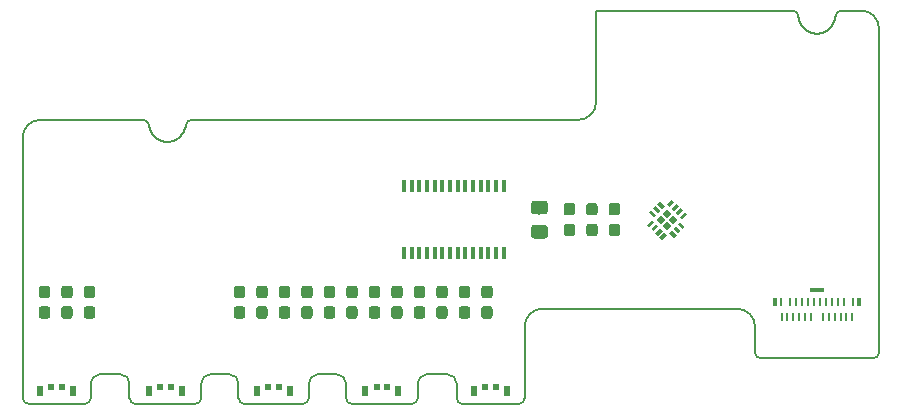
<source format=gbr>
%TF.GenerationSoftware,KiCad,Pcbnew,(5.0.0)*%
%TF.CreationDate,2019-04-13T23:36:30-04:00*%
%TF.ProjectId,Fusion USB Daughter Board,467573696F6E20555342204461756768,rev?*%
%TF.SameCoordinates,Original*%
%TF.FileFunction,Paste,Top*%
%TF.FilePolarity,Positive*%
%FSLAX46Y46*%
G04 Gerber Fmt 4.6, Leading zero omitted, Abs format (unit mm)*
G04 Created by KiCad (PCBNEW (5.0.0)) date 04/13/19 23:36:30*
%MOMM*%
%LPD*%
G01*
G04 APERTURE LIST*
%ADD10C,0.200000*%
%ADD11C,0.550000*%
%ADD12C,0.100000*%
%ADD13C,0.300000*%
%ADD14C,0.950000*%
%ADD15C,1.150000*%
%ADD16R,0.600000X0.900000*%
%ADD17R,0.600000X0.600000*%
%ADD18R,0.250000X0.750000*%
%ADD19R,0.300000X0.750000*%
%ADD20R,1.200000X0.350000*%
%ADD21R,0.400000X1.100000*%
G04 APERTURE END LIST*
D10*
X175844523Y-100731300D02*
X175874537Y-100710100D01*
X175248101Y-100977300D02*
X175283192Y-100970800D01*
X175035584Y-100998300D02*
X175071150Y-100997000D01*
X174787114Y-100983000D02*
X174822434Y-100987800D01*
X174409341Y-100873400D02*
X174442557Y-100887500D01*
X174247966Y-100790400D02*
X174279560Y-100808600D01*
X176071720Y-100541600D02*
X176097880Y-100514800D01*
X176097880Y-100514800D02*
X176123490Y-100487400D01*
X174751899Y-100977300D02*
X174787114Y-100983000D01*
X174543794Y-100925100D02*
X174578013Y-100935900D01*
X176045030Y-100567700D02*
X176071720Y-100541600D01*
X175990122Y-100617900D02*
X176017830Y-100593200D01*
X175814091Y-100751700D02*
X175844523Y-100731300D01*
X175961925Y-100642000D02*
X175990122Y-100617900D01*
X174928850Y-100997000D02*
X174964416Y-100998300D01*
X175318144Y-100963300D02*
X175352939Y-100955000D01*
X175933253Y-100665400D02*
X175961925Y-100642000D01*
X175106680Y-100994800D02*
X175142158Y-100991800D01*
X175142158Y-100991800D02*
X175177566Y-100987800D01*
X174857842Y-100991800D02*
X174893320Y-100994800D01*
X175071150Y-100997000D02*
X175106680Y-100994800D01*
X175904118Y-100688100D02*
X175933253Y-100665400D01*
X175456206Y-100925100D02*
X175490200Y-100913400D01*
X175874537Y-100710100D02*
X175904118Y-100688100D01*
X175783256Y-100771500D02*
X175814091Y-100751700D01*
X175752034Y-100790400D02*
X175783256Y-100771500D01*
X175623583Y-100858400D02*
X175656199Y-100842600D01*
X174578013Y-100935900D02*
X174612442Y-100945900D01*
X175387558Y-100945900D02*
X175421987Y-100935900D01*
X174376417Y-100858400D02*
X174409341Y-100873400D01*
X175352939Y-100955000D02*
X175387558Y-100945900D01*
X175283192Y-100970800D02*
X175318144Y-100963300D01*
X175212886Y-100983000D02*
X175248101Y-100977300D01*
X174647061Y-100955000D02*
X174681856Y-100963300D01*
X174893320Y-100994800D02*
X174928850Y-100997000D01*
X174822434Y-100987800D02*
X174857842Y-100991800D01*
X175720440Y-100808600D02*
X175752034Y-100790400D01*
X174612442Y-100945900D02*
X174647061Y-100955000D01*
X174311510Y-100826000D02*
X174343801Y-100842600D01*
X174681856Y-100963300D02*
X174716808Y-100970800D01*
X174343801Y-100842600D02*
X174376417Y-100858400D01*
X175177566Y-100987800D02*
X175212886Y-100983000D01*
X175688490Y-100826000D02*
X175720440Y-100808600D01*
X174716808Y-100970800D02*
X174751899Y-100977300D01*
X175656199Y-100842600D02*
X175688490Y-100826000D01*
X175490200Y-100913400D02*
X175523951Y-100900900D01*
X174509800Y-100913400D02*
X174543794Y-100925100D01*
X174964416Y-100998300D02*
X175000000Y-100998800D01*
X174279560Y-100808600D02*
X174311510Y-100826000D01*
X175421987Y-100935900D02*
X175456206Y-100925100D01*
X175523951Y-100900900D02*
X175557443Y-100887500D01*
X174442557Y-100887500D02*
X174476049Y-100900900D01*
X175000000Y-100998800D02*
X175035584Y-100998300D01*
X175557443Y-100887500D02*
X175590659Y-100873400D01*
X176017830Y-100593200D02*
X176045030Y-100567700D01*
X175590659Y-100873400D02*
X175623583Y-100858400D01*
X174476049Y-100900900D02*
X174509800Y-100913400D01*
X121071400Y-109698700D02*
X121096800Y-109672700D01*
X120541500Y-110050700D02*
X120573900Y-110037400D01*
X119965500Y-110155100D02*
X120000000Y-110155500D01*
X120342600Y-110114300D02*
X120376200Y-110105700D01*
X119759200Y-110135300D02*
X119793400Y-110140700D01*
X119590300Y-110096300D02*
X119623800Y-110105700D01*
X121045500Y-109724000D02*
X121071400Y-109698700D01*
X120103500Y-110151800D02*
X120137900Y-110148900D01*
X120069000Y-110153900D02*
X120103500Y-110151800D01*
X120034500Y-110155100D02*
X120069000Y-110153900D01*
X119896500Y-110151800D02*
X119931000Y-110153900D01*
X119268600Y-109959200D02*
X119299500Y-109976300D01*
X121019100Y-109748700D02*
X121045500Y-109724000D01*
X120240800Y-110135300D02*
X120274800Y-110129100D01*
X119557000Y-110086100D02*
X119590300Y-110096300D01*
X119238100Y-109941300D02*
X119268600Y-109959200D01*
X119491100Y-110063300D02*
X119524000Y-110075100D01*
X120606000Y-110023300D02*
X120637800Y-110008400D01*
X119207900Y-109922700D02*
X119238100Y-109941300D01*
X120992200Y-109772800D02*
X121019100Y-109748700D01*
X120409700Y-110096300D02*
X120443000Y-110086100D01*
X120443000Y-110086100D02*
X120476000Y-110075100D01*
X120172300Y-110145200D02*
X120206600Y-110140700D01*
X120731400Y-109959200D02*
X120761900Y-109941300D01*
X120376200Y-110105700D02*
X120409700Y-110096300D01*
X119119700Y-109862600D02*
X119148700Y-109883300D01*
X120964900Y-109796300D02*
X120992200Y-109772800D01*
X120937200Y-109819000D02*
X120964900Y-109796300D01*
X120909000Y-109841100D02*
X120937200Y-109819000D01*
X120880300Y-109862600D02*
X120909000Y-109841100D01*
X120851300Y-109883300D02*
X120880300Y-109862600D01*
X120669300Y-109992700D02*
X120700500Y-109976300D01*
X119931000Y-110153900D02*
X119965500Y-110155100D01*
X119725200Y-110129100D02*
X119759200Y-110135300D01*
X120637800Y-110008400D02*
X120669300Y-109992700D01*
X120573900Y-110037400D02*
X120606000Y-110023300D01*
X120508900Y-110063300D02*
X120541500Y-110050700D01*
X119394000Y-110023300D02*
X119426100Y-110037400D01*
X120206600Y-110140700D02*
X120240800Y-110135300D01*
X119330700Y-109992700D02*
X119362200Y-110008400D01*
X120137900Y-110148900D02*
X120172300Y-110145200D01*
X119691200Y-110122100D02*
X119725200Y-110129100D01*
X119524000Y-110075100D02*
X119557000Y-110086100D01*
X119657400Y-110114300D02*
X119691200Y-110122100D01*
X119362200Y-110008400D02*
X119394000Y-110023300D01*
X120792100Y-109922700D02*
X120821900Y-109903300D01*
X120761900Y-109941300D02*
X120792100Y-109922700D01*
X120476000Y-110075100D02*
X120508900Y-110063300D01*
X119299500Y-109976300D02*
X119330700Y-109992700D01*
X120700500Y-109976300D02*
X120731400Y-109959200D01*
X120274800Y-110129100D02*
X120308800Y-110122100D01*
X119862100Y-110148900D02*
X119896500Y-110151800D01*
X119623800Y-110105700D02*
X119657400Y-110114300D01*
X119458500Y-110050700D02*
X119491100Y-110063300D01*
X119426100Y-110037400D02*
X119458500Y-110050700D01*
X119091000Y-109841100D02*
X119119700Y-109862600D01*
X120308800Y-110122100D02*
X120342600Y-110114300D01*
X119793400Y-110140700D02*
X119827700Y-110145200D01*
X119062800Y-109819000D02*
X119091000Y-109841100D01*
X119148700Y-109883300D02*
X119178100Y-109903300D01*
X120821900Y-109903300D02*
X120851300Y-109883300D01*
X120000000Y-110155500D02*
X120034500Y-110155100D01*
X119178100Y-109903300D02*
X119207900Y-109922700D01*
X119827700Y-110145200D02*
X119862100Y-110148900D01*
X176327570Y-100214200D02*
X176347110Y-100181200D01*
X176220260Y-100371600D02*
X176242980Y-100341200D01*
X176196950Y-100401400D02*
X176220260Y-100371600D01*
X118451500Y-108826800D02*
X118460600Y-108863800D01*
X176265070Y-100310200D02*
X176286550Y-100278700D01*
X176527100Y-99752900D02*
X176537340Y-99715100D01*
X176401670Y-100079400D02*
X176418480Y-100044600D01*
X176148550Y-100459300D02*
X176173040Y-100430700D01*
X118460600Y-108863800D02*
X118470400Y-108900600D01*
X176577050Y-99522700D02*
X176582670Y-99483700D01*
X176537340Y-99715100D02*
X176546820Y-99677100D01*
X118573700Y-109184400D02*
X118589700Y-109218400D01*
X118954500Y-109724000D02*
X118980900Y-109748700D01*
X118980900Y-109748700D02*
X119007800Y-109772800D01*
X118928600Y-109698700D02*
X118954500Y-109724000D01*
X118762000Y-109504700D02*
X118784200Y-109534100D01*
X118903200Y-109672700D02*
X118928600Y-109698700D01*
X118878400Y-109646100D02*
X118903200Y-109672700D01*
X118854000Y-109619000D02*
X118878400Y-109646100D01*
X118830200Y-109591200D02*
X118854000Y-109619000D01*
X176478640Y-99901400D02*
X176491870Y-99864800D01*
X118558400Y-109150100D02*
X118573700Y-109184400D01*
X118492000Y-108973300D02*
X118503900Y-109009300D01*
X118435600Y-108752300D02*
X118443200Y-108789700D01*
X176563480Y-99600300D02*
X176570650Y-99561600D01*
X176434590Y-100009300D02*
X176450000Y-99973700D01*
X176464680Y-99937800D02*
X176478640Y-99901400D01*
X176384160Y-100113700D02*
X176401670Y-100079400D01*
X176347110Y-100181200D02*
X176365970Y-100147700D01*
X176418480Y-100044600D02*
X176434590Y-100009300D01*
X176504360Y-99827800D02*
X176516100Y-99790500D01*
X176173040Y-100430700D02*
X176196950Y-100401400D01*
X176242980Y-100341200D02*
X176265070Y-100310200D01*
X118443200Y-108789700D02*
X118451500Y-108826800D01*
X176516100Y-99790500D02*
X176527100Y-99752900D01*
X118806900Y-109563000D02*
X118830200Y-109591200D01*
X118543700Y-109115400D02*
X118558400Y-109150100D01*
X118784200Y-109534100D02*
X118806900Y-109563000D01*
X118719400Y-109444400D02*
X118740400Y-109474800D01*
X118699000Y-109413500D02*
X118719400Y-109444400D01*
X118529800Y-109080400D02*
X118543700Y-109115400D01*
X118660100Y-109350200D02*
X118679200Y-109382100D01*
X118623600Y-109285200D02*
X118641500Y-109317900D01*
X118606300Y-109252000D02*
X118623600Y-109285200D01*
X176307380Y-100246700D02*
X176327570Y-100214200D01*
X118503900Y-109009300D02*
X118516500Y-109045000D01*
X118470400Y-108900600D02*
X118480800Y-108937100D01*
X118428700Y-108714700D02*
X118435600Y-108752300D01*
X176546820Y-99677100D02*
X176555540Y-99638800D01*
X176123490Y-100487400D02*
X176148550Y-100459300D01*
X176570650Y-99561600D02*
X176577050Y-99522700D01*
X176491870Y-99864800D02*
X176504360Y-99827800D01*
X176286550Y-100278700D02*
X176307380Y-100246700D01*
X176365970Y-100147700D02*
X176384160Y-100113700D01*
X119035100Y-109796300D02*
X119062800Y-109819000D01*
X118589700Y-109218400D02*
X118606300Y-109252000D01*
X119007800Y-109772800D02*
X119035100Y-109796300D01*
X118740400Y-109474800D02*
X118762000Y-109504700D01*
X118480800Y-108937100D02*
X118492000Y-108973300D01*
X176555540Y-99638800D02*
X176563480Y-99600300D01*
X118679200Y-109382100D02*
X118699000Y-109413500D01*
X118641500Y-109317900D02*
X118660100Y-109350200D01*
X118516500Y-109045000D02*
X118529800Y-109080400D01*
X176450000Y-99973700D02*
X176464680Y-99937800D01*
X121441600Y-109150100D02*
X121456300Y-109115400D01*
X121358500Y-109317900D02*
X121376400Y-109285200D01*
X121339900Y-109350200D02*
X121358500Y-109317900D01*
X121393700Y-109252000D02*
X121410300Y-109218400D01*
X121496100Y-109009300D02*
X121508000Y-108973300D01*
X121301000Y-109413500D02*
X121320800Y-109382100D01*
X121121600Y-109646100D02*
X121146000Y-109619000D01*
X121548500Y-108826800D02*
X121556800Y-108789700D01*
X121564400Y-108752300D02*
X121571300Y-108714700D01*
X121519200Y-108937100D02*
X121529600Y-108900600D01*
X121215800Y-109534100D02*
X121238000Y-109504700D01*
X121539400Y-108863800D02*
X121548500Y-108826800D01*
X121483500Y-109045000D02*
X121496100Y-109009300D01*
X121456300Y-109115400D02*
X121470200Y-109080400D01*
X121508000Y-108973300D02*
X121519200Y-108937100D01*
X121146000Y-109619000D02*
X121169800Y-109591200D01*
X121320800Y-109382100D02*
X121339900Y-109350200D01*
X121376400Y-109285200D02*
X121393700Y-109252000D01*
X121426300Y-109184400D02*
X121441600Y-109150100D01*
X121259600Y-109474800D02*
X121280600Y-109444400D01*
X121280600Y-109444400D02*
X121301000Y-109413500D01*
X121556800Y-108789700D02*
X121564400Y-108752300D01*
X121410300Y-109218400D02*
X121426300Y-109184400D01*
X121470200Y-109080400D02*
X121483500Y-109045000D01*
X121169800Y-109591200D02*
X121193100Y-109563000D01*
X121096800Y-109672700D02*
X121121600Y-109646100D01*
X121238000Y-109504700D02*
X121259600Y-109474800D01*
X121529600Y-108900600D02*
X121539400Y-108863800D01*
X121193100Y-109563000D02*
X121215800Y-109534100D01*
X117936045Y-108299999D02*
G75*
G02X118428722Y-108714735I0J-500001D01*
G01*
X107750476Y-109800000D02*
G75*
G02X109250476Y-108300000I1500000J0D01*
G01*
X108250476Y-132350000D02*
X113014721Y-132350000D01*
X108250476Y-132350000D02*
G75*
G02X107750476Y-131850000I0J500000D01*
G01*
X117936045Y-108300000D02*
X109250476Y-108300000D01*
X107750476Y-109800000D02*
X107750476Y-131850000D01*
X113514721Y-131850000D02*
G75*
G02X113014721Y-132350000I-500000J0D01*
G01*
X174125463Y-100710100D02*
X174155477Y-100731300D01*
X173928280Y-100541600D02*
X173954970Y-100567700D01*
X174095882Y-100688100D02*
X174125463Y-100710100D01*
X174066747Y-100665400D02*
X174095882Y-100688100D01*
X174038075Y-100642000D02*
X174066747Y-100665400D01*
X173713450Y-100278700D02*
X173734930Y-100310200D01*
X173565410Y-100009300D02*
X173581520Y-100044600D01*
X173757020Y-100341200D02*
X173779740Y-100371600D01*
X174009878Y-100617900D02*
X174038075Y-100642000D01*
X173672430Y-100214200D02*
X173692620Y-100246700D01*
X173615840Y-100113700D02*
X173634030Y-100147700D01*
X173851450Y-100459300D02*
X173876510Y-100487400D01*
X173652890Y-100181200D02*
X173672430Y-100214200D01*
X174216744Y-100771500D02*
X174247966Y-100790400D01*
X174185909Y-100751700D02*
X174216744Y-100771500D01*
X174155477Y-100731300D02*
X174185909Y-100751700D01*
X173634030Y-100147700D02*
X173652890Y-100181200D01*
X173734930Y-100310200D02*
X173757020Y-100341200D01*
X173598330Y-100079400D02*
X173615840Y-100113700D01*
X173982170Y-100593200D02*
X174009878Y-100617900D01*
X173954970Y-100567700D02*
X173982170Y-100593200D01*
X173692620Y-100246700D02*
X173713450Y-100278700D01*
X173581520Y-100044600D02*
X173598330Y-100079400D01*
X173826960Y-100430700D02*
X173851450Y-100459300D01*
X173779740Y-100371600D02*
X173803050Y-100401400D01*
X173803050Y-100401400D02*
X173826960Y-100430700D01*
X173876510Y-100487400D02*
X173902120Y-100514800D01*
X173902120Y-100514800D02*
X173928280Y-100541600D01*
X126523615Y-132350000D02*
X131476385Y-132350000D01*
X172921746Y-99050000D02*
X156300000Y-99050000D01*
X172921746Y-99050000D02*
G75*
G02X173417335Y-99483729I0J-500000D01*
G01*
X170250000Y-128500000D02*
X179750000Y-128500000D01*
X173550000Y-99973700D02*
X173565410Y-100009300D01*
X173535320Y-99937800D02*
X173550000Y-99973700D01*
X173444460Y-99638800D02*
X173453180Y-99677100D01*
X125273615Y-129850000D02*
G75*
G02X126023615Y-130600000I0J-750000D01*
G01*
X173417330Y-99483700D02*
X173422950Y-99522700D01*
X156300000Y-106800000D02*
G75*
G02X154800000Y-108300000I-1500000J0D01*
G01*
X150249524Y-125789340D02*
G75*
G02X151749524Y-124289340I1500000J0D01*
G01*
X180250000Y-128000000D02*
X180250000Y-100550000D01*
X180250000Y-128000000D02*
G75*
G02X179750000Y-128500000I-500000J0D01*
G01*
X117296238Y-132350000D02*
X122370701Y-132350000D01*
X141203762Y-131850000D02*
X141203762Y-130600000D01*
X173521360Y-99901400D02*
X173535320Y-99937800D01*
X123620701Y-129850000D02*
X125273615Y-129850000D01*
X122870701Y-131850000D02*
G75*
G02X122370701Y-132350000I-500000J0D01*
G01*
X122870701Y-130600000D02*
G75*
G02X123620701Y-129850000I750000J0D01*
G01*
X173508130Y-99864800D02*
X173521360Y-99901400D01*
X132726385Y-129850000D02*
X134379299Y-129850000D01*
X173495640Y-99827800D02*
X173508130Y-99864800D01*
X173472900Y-99752900D02*
X173483900Y-99790500D01*
X173436520Y-99600300D02*
X173444460Y-99638800D01*
X173462660Y-99715100D02*
X173472900Y-99752900D01*
X173429350Y-99561600D02*
X173436520Y-99600300D01*
X113514721Y-130600000D02*
G75*
G02X114264721Y-129850000I750000J0D01*
G01*
X141203762Y-131850000D02*
G75*
G02X140703762Y-132350000I-500000J0D01*
G01*
X150249524Y-131850000D02*
G75*
G02X149749524Y-132350000I-500000J0D01*
G01*
X135129299Y-130600000D02*
X135129299Y-131850000D01*
X122870701Y-131850000D02*
X122870701Y-130600000D01*
X134379299Y-129850000D02*
G75*
G02X135129299Y-130600000I0J-750000D01*
G01*
X173422950Y-99522700D02*
X173429350Y-99561600D01*
X144985279Y-132350000D02*
X149749524Y-132350000D01*
X143735279Y-129850000D02*
G75*
G02X144485279Y-130600000I0J-750000D01*
G01*
X135629299Y-132350000D02*
X140703762Y-132350000D01*
X156300000Y-99050000D02*
X156300000Y-106800000D01*
X169750000Y-125789340D02*
X169750000Y-128000000D01*
X131976385Y-131850000D02*
G75*
G02X131476385Y-132350000I-500000J0D01*
G01*
X126023615Y-130600000D02*
X126023615Y-131850000D01*
X150249524Y-131850000D02*
X150249524Y-125789340D01*
X173453180Y-99677100D02*
X173462660Y-99715100D01*
X178750000Y-99050000D02*
G75*
G02X180250000Y-100550000I0J-1500000D01*
G01*
X126523615Y-132350000D02*
G75*
G02X126023615Y-131850000I0J500000D01*
G01*
X116796238Y-130600000D02*
X116796238Y-131850000D01*
X176582665Y-99483729D02*
G75*
G02X177078254Y-99050000I495589J-66271D01*
G01*
X178750000Y-99050000D02*
X177078254Y-99050000D01*
X170250000Y-128500000D02*
G75*
G02X169750000Y-128000000I0J500000D01*
G01*
X168250000Y-124289340D02*
G75*
G02X169750000Y-125789340I0J-1500000D01*
G01*
X135629299Y-132350000D02*
G75*
G02X135129299Y-131850000I0J500000D01*
G01*
X131976385Y-130600000D02*
G75*
G02X132726385Y-129850000I750000J0D01*
G01*
X116046238Y-129850000D02*
G75*
G02X116796238Y-130600000I0J-750000D01*
G01*
X141953762Y-129850000D02*
X143735279Y-129850000D01*
X141203762Y-130600000D02*
G75*
G02X141953762Y-129850000I750000J0D01*
G01*
X114264721Y-129850000D02*
X116046238Y-129850000D01*
X117296238Y-132350000D02*
G75*
G02X116796238Y-131850000I0J500000D01*
G01*
X131976385Y-131850000D02*
X131976385Y-130600000D01*
X151749524Y-124289340D02*
X168250000Y-124289340D01*
X173483900Y-99790500D02*
X173495640Y-99827800D01*
X121571279Y-108714735D02*
G75*
G02X122063955Y-108300000I492676J-85265D01*
G01*
X113514721Y-131850000D02*
X113514721Y-130600000D01*
X154800000Y-108300000D02*
X122063955Y-108300000D01*
X144985279Y-132350000D02*
G75*
G02X144485279Y-131850000I0J500000D01*
G01*
X144485279Y-130600000D02*
X144485279Y-131850000D01*
D11*
X162812652Y-116745000D03*
D12*
G36*
X162423743Y-116745000D02*
X162812652Y-116356091D01*
X163201561Y-116745000D01*
X162812652Y-117133909D01*
X162423743Y-116745000D01*
X162423743Y-116745000D01*
G37*
D11*
X162300000Y-116232348D03*
D12*
G36*
X161911091Y-116232348D02*
X162300000Y-115843439D01*
X162688909Y-116232348D01*
X162300000Y-116621257D01*
X161911091Y-116232348D01*
X161911091Y-116232348D01*
G37*
D11*
X162300000Y-117257652D03*
D12*
G36*
X161911091Y-117257652D02*
X162300000Y-116868743D01*
X162688909Y-117257652D01*
X162300000Y-117646561D01*
X161911091Y-117257652D01*
X161911091Y-117257652D01*
G37*
D11*
X161787348Y-116745000D03*
D12*
G36*
X161398439Y-116745000D02*
X161787348Y-116356091D01*
X162176257Y-116745000D01*
X161787348Y-117133909D01*
X161398439Y-116745000D01*
X161398439Y-116745000D01*
G37*
D13*
X162628805Y-115355535D03*
D12*
G36*
X162317678Y-115454530D02*
X162727800Y-115044408D01*
X162939932Y-115256540D01*
X162529810Y-115666662D01*
X162317678Y-115454530D01*
X162317678Y-115454530D01*
G37*
D13*
X162982358Y-115709089D03*
D12*
G36*
X162671231Y-115808084D02*
X163081353Y-115397962D01*
X163293485Y-115610094D01*
X162883363Y-116020216D01*
X162671231Y-115808084D01*
X162671231Y-115808084D01*
G37*
D13*
X163335911Y-116062642D03*
D12*
G36*
X163024784Y-116161637D02*
X163434906Y-115751515D01*
X163647038Y-115963647D01*
X163236916Y-116373769D01*
X163024784Y-116161637D01*
X163024784Y-116161637D01*
G37*
D13*
X163689465Y-116416195D03*
D12*
G36*
X163378338Y-116515190D02*
X163788460Y-116105068D01*
X164000592Y-116317200D01*
X163590470Y-116727322D01*
X163378338Y-116515190D01*
X163378338Y-116515190D01*
G37*
D13*
X161971195Y-118134465D03*
D12*
G36*
X161660068Y-118233460D02*
X162070190Y-117823338D01*
X162282322Y-118035470D01*
X161872200Y-118445592D01*
X161660068Y-118233460D01*
X161660068Y-118233460D01*
G37*
D13*
X161617642Y-117780911D03*
D12*
G36*
X161306515Y-117879906D02*
X161716637Y-117469784D01*
X161928769Y-117681916D01*
X161518647Y-118092038D01*
X161306515Y-117879906D01*
X161306515Y-117879906D01*
G37*
D13*
X161264089Y-117427358D03*
D12*
G36*
X160952962Y-117526353D02*
X161363084Y-117116231D01*
X161575216Y-117328363D01*
X161165094Y-117738485D01*
X160952962Y-117526353D01*
X160952962Y-117526353D01*
G37*
D13*
X160910535Y-117073805D03*
D12*
G36*
X160599408Y-117172800D02*
X161009530Y-116762678D01*
X161221662Y-116974810D01*
X160811540Y-117384932D01*
X160599408Y-117172800D01*
X160599408Y-117172800D01*
G37*
D13*
X163159135Y-117604135D03*
D12*
G36*
X162848008Y-117505140D02*
X163060140Y-117293008D01*
X163470262Y-117703130D01*
X163258130Y-117915262D01*
X162848008Y-117505140D01*
X162848008Y-117505140D01*
G37*
D13*
X163512688Y-117250581D03*
D12*
G36*
X163201561Y-117151586D02*
X163413693Y-116939454D01*
X163823815Y-117349576D01*
X163611683Y-117561708D01*
X163201561Y-117151586D01*
X163201561Y-117151586D01*
G37*
D13*
X162805581Y-117957688D03*
D12*
G36*
X162494454Y-117858693D02*
X162706586Y-117646561D01*
X163116708Y-118056683D01*
X162904576Y-118268815D01*
X162494454Y-117858693D01*
X162494454Y-117858693D01*
G37*
D13*
X161087312Y-116239419D03*
D12*
G36*
X160776185Y-116140424D02*
X160988317Y-115928292D01*
X161398439Y-116338414D01*
X161186307Y-116550546D01*
X160776185Y-116140424D01*
X160776185Y-116140424D01*
G37*
D13*
X161794419Y-115532312D03*
D12*
G36*
X161483292Y-115433317D02*
X161695424Y-115221185D01*
X162105546Y-115631307D01*
X161893414Y-115843439D01*
X161483292Y-115433317D01*
X161483292Y-115433317D01*
G37*
D13*
X161440865Y-115885865D03*
D12*
G36*
X161129738Y-115786870D02*
X161341870Y-115574738D01*
X161751992Y-115984860D01*
X161539860Y-116196992D01*
X161129738Y-115786870D01*
X161129738Y-115786870D01*
G37*
G36*
X158115779Y-115346144D02*
X158138834Y-115349563D01*
X158161443Y-115355227D01*
X158183387Y-115363079D01*
X158204457Y-115373044D01*
X158224448Y-115385026D01*
X158243168Y-115398910D01*
X158260438Y-115414562D01*
X158276090Y-115431832D01*
X158289974Y-115450552D01*
X158301956Y-115470543D01*
X158311921Y-115491613D01*
X158319773Y-115513557D01*
X158325437Y-115536166D01*
X158328856Y-115559221D01*
X158330000Y-115582500D01*
X158330000Y-116157500D01*
X158328856Y-116180779D01*
X158325437Y-116203834D01*
X158319773Y-116226443D01*
X158311921Y-116248387D01*
X158301956Y-116269457D01*
X158289974Y-116289448D01*
X158276090Y-116308168D01*
X158260438Y-116325438D01*
X158243168Y-116341090D01*
X158224448Y-116354974D01*
X158204457Y-116366956D01*
X158183387Y-116376921D01*
X158161443Y-116384773D01*
X158138834Y-116390437D01*
X158115779Y-116393856D01*
X158092500Y-116395000D01*
X157617500Y-116395000D01*
X157594221Y-116393856D01*
X157571166Y-116390437D01*
X157548557Y-116384773D01*
X157526613Y-116376921D01*
X157505543Y-116366956D01*
X157485552Y-116354974D01*
X157466832Y-116341090D01*
X157449562Y-116325438D01*
X157433910Y-116308168D01*
X157420026Y-116289448D01*
X157408044Y-116269457D01*
X157398079Y-116248387D01*
X157390227Y-116226443D01*
X157384563Y-116203834D01*
X157381144Y-116180779D01*
X157380000Y-116157500D01*
X157380000Y-115582500D01*
X157381144Y-115559221D01*
X157384563Y-115536166D01*
X157390227Y-115513557D01*
X157398079Y-115491613D01*
X157408044Y-115470543D01*
X157420026Y-115450552D01*
X157433910Y-115431832D01*
X157449562Y-115414562D01*
X157466832Y-115398910D01*
X157485552Y-115385026D01*
X157505543Y-115373044D01*
X157526613Y-115363079D01*
X157548557Y-115355227D01*
X157571166Y-115349563D01*
X157594221Y-115346144D01*
X157617500Y-115345000D01*
X158092500Y-115345000D01*
X158115779Y-115346144D01*
X158115779Y-115346144D01*
G37*
D14*
X157855000Y-115870000D03*
D12*
G36*
X158115779Y-117096144D02*
X158138834Y-117099563D01*
X158161443Y-117105227D01*
X158183387Y-117113079D01*
X158204457Y-117123044D01*
X158224448Y-117135026D01*
X158243168Y-117148910D01*
X158260438Y-117164562D01*
X158276090Y-117181832D01*
X158289974Y-117200552D01*
X158301956Y-117220543D01*
X158311921Y-117241613D01*
X158319773Y-117263557D01*
X158325437Y-117286166D01*
X158328856Y-117309221D01*
X158330000Y-117332500D01*
X158330000Y-117907500D01*
X158328856Y-117930779D01*
X158325437Y-117953834D01*
X158319773Y-117976443D01*
X158311921Y-117998387D01*
X158301956Y-118019457D01*
X158289974Y-118039448D01*
X158276090Y-118058168D01*
X158260438Y-118075438D01*
X158243168Y-118091090D01*
X158224448Y-118104974D01*
X158204457Y-118116956D01*
X158183387Y-118126921D01*
X158161443Y-118134773D01*
X158138834Y-118140437D01*
X158115779Y-118143856D01*
X158092500Y-118145000D01*
X157617500Y-118145000D01*
X157594221Y-118143856D01*
X157571166Y-118140437D01*
X157548557Y-118134773D01*
X157526613Y-118126921D01*
X157505543Y-118116956D01*
X157485552Y-118104974D01*
X157466832Y-118091090D01*
X157449562Y-118075438D01*
X157433910Y-118058168D01*
X157420026Y-118039448D01*
X157408044Y-118019457D01*
X157398079Y-117998387D01*
X157390227Y-117976443D01*
X157384563Y-117953834D01*
X157381144Y-117930779D01*
X157380000Y-117907500D01*
X157380000Y-117332500D01*
X157381144Y-117309221D01*
X157384563Y-117286166D01*
X157390227Y-117263557D01*
X157398079Y-117241613D01*
X157408044Y-117220543D01*
X157420026Y-117200552D01*
X157433910Y-117181832D01*
X157449562Y-117164562D01*
X157466832Y-117148910D01*
X157485552Y-117135026D01*
X157505543Y-117123044D01*
X157526613Y-117113079D01*
X157548557Y-117105227D01*
X157571166Y-117099563D01*
X157594221Y-117096144D01*
X157617500Y-117095000D01*
X158092500Y-117095000D01*
X158115779Y-117096144D01*
X158115779Y-117096144D01*
G37*
D14*
X157855000Y-117620000D03*
D12*
G36*
X151979505Y-117196204D02*
X152003773Y-117199804D01*
X152027572Y-117205765D01*
X152050671Y-117214030D01*
X152072850Y-117224520D01*
X152093893Y-117237132D01*
X152113599Y-117251747D01*
X152131777Y-117268223D01*
X152148253Y-117286401D01*
X152162868Y-117306107D01*
X152175480Y-117327150D01*
X152185970Y-117349329D01*
X152194235Y-117372428D01*
X152200196Y-117396227D01*
X152203796Y-117420495D01*
X152205000Y-117444999D01*
X152205000Y-118095001D01*
X152203796Y-118119505D01*
X152200196Y-118143773D01*
X152194235Y-118167572D01*
X152185970Y-118190671D01*
X152175480Y-118212850D01*
X152162868Y-118233893D01*
X152148253Y-118253599D01*
X152131777Y-118271777D01*
X152113599Y-118288253D01*
X152093893Y-118302868D01*
X152072850Y-118315480D01*
X152050671Y-118325970D01*
X152027572Y-118334235D01*
X152003773Y-118340196D01*
X151979505Y-118343796D01*
X151955001Y-118345000D01*
X151054999Y-118345000D01*
X151030495Y-118343796D01*
X151006227Y-118340196D01*
X150982428Y-118334235D01*
X150959329Y-118325970D01*
X150937150Y-118315480D01*
X150916107Y-118302868D01*
X150896401Y-118288253D01*
X150878223Y-118271777D01*
X150861747Y-118253599D01*
X150847132Y-118233893D01*
X150834520Y-118212850D01*
X150824030Y-118190671D01*
X150815765Y-118167572D01*
X150809804Y-118143773D01*
X150806204Y-118119505D01*
X150805000Y-118095001D01*
X150805000Y-117444999D01*
X150806204Y-117420495D01*
X150809804Y-117396227D01*
X150815765Y-117372428D01*
X150824030Y-117349329D01*
X150834520Y-117327150D01*
X150847132Y-117306107D01*
X150861747Y-117286401D01*
X150878223Y-117268223D01*
X150896401Y-117251747D01*
X150916107Y-117237132D01*
X150937150Y-117224520D01*
X150959329Y-117214030D01*
X150982428Y-117205765D01*
X151006227Y-117199804D01*
X151030495Y-117196204D01*
X151054999Y-117195000D01*
X151955001Y-117195000D01*
X151979505Y-117196204D01*
X151979505Y-117196204D01*
G37*
D15*
X151505000Y-117770000D03*
D12*
G36*
X151979505Y-115146204D02*
X152003773Y-115149804D01*
X152027572Y-115155765D01*
X152050671Y-115164030D01*
X152072850Y-115174520D01*
X152093893Y-115187132D01*
X152113599Y-115201747D01*
X152131777Y-115218223D01*
X152148253Y-115236401D01*
X152162868Y-115256107D01*
X152175480Y-115277150D01*
X152185970Y-115299329D01*
X152194235Y-115322428D01*
X152200196Y-115346227D01*
X152203796Y-115370495D01*
X152205000Y-115394999D01*
X152205000Y-116045001D01*
X152203796Y-116069505D01*
X152200196Y-116093773D01*
X152194235Y-116117572D01*
X152185970Y-116140671D01*
X152175480Y-116162850D01*
X152162868Y-116183893D01*
X152148253Y-116203599D01*
X152131777Y-116221777D01*
X152113599Y-116238253D01*
X152093893Y-116252868D01*
X152072850Y-116265480D01*
X152050671Y-116275970D01*
X152027572Y-116284235D01*
X152003773Y-116290196D01*
X151979505Y-116293796D01*
X151955001Y-116295000D01*
X151054999Y-116295000D01*
X151030495Y-116293796D01*
X151006227Y-116290196D01*
X150982428Y-116284235D01*
X150959329Y-116275970D01*
X150937150Y-116265480D01*
X150916107Y-116252868D01*
X150896401Y-116238253D01*
X150878223Y-116221777D01*
X150861747Y-116203599D01*
X150847132Y-116183893D01*
X150834520Y-116162850D01*
X150824030Y-116140671D01*
X150815765Y-116117572D01*
X150809804Y-116093773D01*
X150806204Y-116069505D01*
X150805000Y-116045001D01*
X150805000Y-115394999D01*
X150806204Y-115370495D01*
X150809804Y-115346227D01*
X150815765Y-115322428D01*
X150824030Y-115299329D01*
X150834520Y-115277150D01*
X150847132Y-115256107D01*
X150861747Y-115236401D01*
X150878223Y-115218223D01*
X150896401Y-115201747D01*
X150916107Y-115187132D01*
X150937150Y-115174520D01*
X150959329Y-115164030D01*
X150982428Y-115155765D01*
X151006227Y-115149804D01*
X151030495Y-115146204D01*
X151054999Y-115145000D01*
X151955001Y-115145000D01*
X151979505Y-115146204D01*
X151979505Y-115146204D01*
G37*
D15*
X151505000Y-115720000D03*
D12*
G36*
X154305779Y-117096144D02*
X154328834Y-117099563D01*
X154351443Y-117105227D01*
X154373387Y-117113079D01*
X154394457Y-117123044D01*
X154414448Y-117135026D01*
X154433168Y-117148910D01*
X154450438Y-117164562D01*
X154466090Y-117181832D01*
X154479974Y-117200552D01*
X154491956Y-117220543D01*
X154501921Y-117241613D01*
X154509773Y-117263557D01*
X154515437Y-117286166D01*
X154518856Y-117309221D01*
X154520000Y-117332500D01*
X154520000Y-117907500D01*
X154518856Y-117930779D01*
X154515437Y-117953834D01*
X154509773Y-117976443D01*
X154501921Y-117998387D01*
X154491956Y-118019457D01*
X154479974Y-118039448D01*
X154466090Y-118058168D01*
X154450438Y-118075438D01*
X154433168Y-118091090D01*
X154414448Y-118104974D01*
X154394457Y-118116956D01*
X154373387Y-118126921D01*
X154351443Y-118134773D01*
X154328834Y-118140437D01*
X154305779Y-118143856D01*
X154282500Y-118145000D01*
X153807500Y-118145000D01*
X153784221Y-118143856D01*
X153761166Y-118140437D01*
X153738557Y-118134773D01*
X153716613Y-118126921D01*
X153695543Y-118116956D01*
X153675552Y-118104974D01*
X153656832Y-118091090D01*
X153639562Y-118075438D01*
X153623910Y-118058168D01*
X153610026Y-118039448D01*
X153598044Y-118019457D01*
X153588079Y-117998387D01*
X153580227Y-117976443D01*
X153574563Y-117953834D01*
X153571144Y-117930779D01*
X153570000Y-117907500D01*
X153570000Y-117332500D01*
X153571144Y-117309221D01*
X153574563Y-117286166D01*
X153580227Y-117263557D01*
X153588079Y-117241613D01*
X153598044Y-117220543D01*
X153610026Y-117200552D01*
X153623910Y-117181832D01*
X153639562Y-117164562D01*
X153656832Y-117148910D01*
X153675552Y-117135026D01*
X153695543Y-117123044D01*
X153716613Y-117113079D01*
X153738557Y-117105227D01*
X153761166Y-117099563D01*
X153784221Y-117096144D01*
X153807500Y-117095000D01*
X154282500Y-117095000D01*
X154305779Y-117096144D01*
X154305779Y-117096144D01*
G37*
D14*
X154045000Y-117620000D03*
D12*
G36*
X154305779Y-115346144D02*
X154328834Y-115349563D01*
X154351443Y-115355227D01*
X154373387Y-115363079D01*
X154394457Y-115373044D01*
X154414448Y-115385026D01*
X154433168Y-115398910D01*
X154450438Y-115414562D01*
X154466090Y-115431832D01*
X154479974Y-115450552D01*
X154491956Y-115470543D01*
X154501921Y-115491613D01*
X154509773Y-115513557D01*
X154515437Y-115536166D01*
X154518856Y-115559221D01*
X154520000Y-115582500D01*
X154520000Y-116157500D01*
X154518856Y-116180779D01*
X154515437Y-116203834D01*
X154509773Y-116226443D01*
X154501921Y-116248387D01*
X154491956Y-116269457D01*
X154479974Y-116289448D01*
X154466090Y-116308168D01*
X154450438Y-116325438D01*
X154433168Y-116341090D01*
X154414448Y-116354974D01*
X154394457Y-116366956D01*
X154373387Y-116376921D01*
X154351443Y-116384773D01*
X154328834Y-116390437D01*
X154305779Y-116393856D01*
X154282500Y-116395000D01*
X153807500Y-116395000D01*
X153784221Y-116393856D01*
X153761166Y-116390437D01*
X153738557Y-116384773D01*
X153716613Y-116376921D01*
X153695543Y-116366956D01*
X153675552Y-116354974D01*
X153656832Y-116341090D01*
X153639562Y-116325438D01*
X153623910Y-116308168D01*
X153610026Y-116289448D01*
X153598044Y-116269457D01*
X153588079Y-116248387D01*
X153580227Y-116226443D01*
X153574563Y-116203834D01*
X153571144Y-116180779D01*
X153570000Y-116157500D01*
X153570000Y-115582500D01*
X153571144Y-115559221D01*
X153574563Y-115536166D01*
X153580227Y-115513557D01*
X153588079Y-115491613D01*
X153598044Y-115470543D01*
X153610026Y-115450552D01*
X153623910Y-115431832D01*
X153639562Y-115414562D01*
X153656832Y-115398910D01*
X153675552Y-115385026D01*
X153695543Y-115373044D01*
X153716613Y-115363079D01*
X153738557Y-115355227D01*
X153761166Y-115349563D01*
X153784221Y-115346144D01*
X153807500Y-115345000D01*
X154282500Y-115345000D01*
X154305779Y-115346144D01*
X154305779Y-115346144D01*
G37*
D14*
X154045000Y-115870000D03*
D16*
X127600000Y-131250000D03*
X130400000Y-131250000D03*
D17*
X128550000Y-130925000D03*
X129450000Y-130925000D03*
X120283000Y-130925000D03*
X119383000Y-130925000D03*
D16*
X121233000Y-131250000D03*
X118433000Y-131250000D03*
X109233000Y-131250000D03*
X112033000Y-131250000D03*
D17*
X110183000Y-130925000D03*
X111083000Y-130925000D03*
X138617000Y-130925000D03*
X137717000Y-130925000D03*
D16*
X139567000Y-131250000D03*
X136767000Y-131250000D03*
X145967000Y-131250000D03*
X148767000Y-131250000D03*
D17*
X146917000Y-130925000D03*
X147817000Y-130925000D03*
D18*
X172000000Y-124975000D03*
X172500000Y-124975000D03*
X173000000Y-124975000D03*
X173500000Y-124975000D03*
X174000000Y-124975000D03*
X174500000Y-124975000D03*
X175500000Y-124975000D03*
X176000000Y-124975000D03*
X176500000Y-124975000D03*
X177000000Y-124975000D03*
X177500000Y-124975000D03*
X178000000Y-124975000D03*
D19*
X178550000Y-123725000D03*
D18*
X178050000Y-123725000D03*
X177250000Y-123725000D03*
X176750000Y-123725000D03*
X176250000Y-123725000D03*
X175750000Y-123725000D03*
X175250000Y-123725000D03*
X174750000Y-123725000D03*
X174250000Y-123725000D03*
X173750000Y-123725000D03*
X173250000Y-123725000D03*
X172750000Y-123725000D03*
X171950000Y-123725000D03*
D19*
X171450000Y-123725000D03*
D20*
X175000000Y-122720000D03*
D12*
G36*
X156210779Y-115346144D02*
X156233834Y-115349563D01*
X156256443Y-115355227D01*
X156278387Y-115363079D01*
X156299457Y-115373044D01*
X156319448Y-115385026D01*
X156338168Y-115398910D01*
X156355438Y-115414562D01*
X156371090Y-115431832D01*
X156384974Y-115450552D01*
X156396956Y-115470543D01*
X156406921Y-115491613D01*
X156414773Y-115513557D01*
X156420437Y-115536166D01*
X156423856Y-115559221D01*
X156425000Y-115582500D01*
X156425000Y-116157500D01*
X156423856Y-116180779D01*
X156420437Y-116203834D01*
X156414773Y-116226443D01*
X156406921Y-116248387D01*
X156396956Y-116269457D01*
X156384974Y-116289448D01*
X156371090Y-116308168D01*
X156355438Y-116325438D01*
X156338168Y-116341090D01*
X156319448Y-116354974D01*
X156299457Y-116366956D01*
X156278387Y-116376921D01*
X156256443Y-116384773D01*
X156233834Y-116390437D01*
X156210779Y-116393856D01*
X156187500Y-116395000D01*
X155712500Y-116395000D01*
X155689221Y-116393856D01*
X155666166Y-116390437D01*
X155643557Y-116384773D01*
X155621613Y-116376921D01*
X155600543Y-116366956D01*
X155580552Y-116354974D01*
X155561832Y-116341090D01*
X155544562Y-116325438D01*
X155528910Y-116308168D01*
X155515026Y-116289448D01*
X155503044Y-116269457D01*
X155493079Y-116248387D01*
X155485227Y-116226443D01*
X155479563Y-116203834D01*
X155476144Y-116180779D01*
X155475000Y-116157500D01*
X155475000Y-115582500D01*
X155476144Y-115559221D01*
X155479563Y-115536166D01*
X155485227Y-115513557D01*
X155493079Y-115491613D01*
X155503044Y-115470543D01*
X155515026Y-115450552D01*
X155528910Y-115431832D01*
X155544562Y-115414562D01*
X155561832Y-115398910D01*
X155580552Y-115385026D01*
X155600543Y-115373044D01*
X155621613Y-115363079D01*
X155643557Y-115355227D01*
X155666166Y-115349563D01*
X155689221Y-115346144D01*
X155712500Y-115345000D01*
X156187500Y-115345000D01*
X156210779Y-115346144D01*
X156210779Y-115346144D01*
G37*
D14*
X155950000Y-115870000D03*
D12*
G36*
X156210779Y-117096144D02*
X156233834Y-117099563D01*
X156256443Y-117105227D01*
X156278387Y-117113079D01*
X156299457Y-117123044D01*
X156319448Y-117135026D01*
X156338168Y-117148910D01*
X156355438Y-117164562D01*
X156371090Y-117181832D01*
X156384974Y-117200552D01*
X156396956Y-117220543D01*
X156406921Y-117241613D01*
X156414773Y-117263557D01*
X156420437Y-117286166D01*
X156423856Y-117309221D01*
X156425000Y-117332500D01*
X156425000Y-117907500D01*
X156423856Y-117930779D01*
X156420437Y-117953834D01*
X156414773Y-117976443D01*
X156406921Y-117998387D01*
X156396956Y-118019457D01*
X156384974Y-118039448D01*
X156371090Y-118058168D01*
X156355438Y-118075438D01*
X156338168Y-118091090D01*
X156319448Y-118104974D01*
X156299457Y-118116956D01*
X156278387Y-118126921D01*
X156256443Y-118134773D01*
X156233834Y-118140437D01*
X156210779Y-118143856D01*
X156187500Y-118145000D01*
X155712500Y-118145000D01*
X155689221Y-118143856D01*
X155666166Y-118140437D01*
X155643557Y-118134773D01*
X155621613Y-118126921D01*
X155600543Y-118116956D01*
X155580552Y-118104974D01*
X155561832Y-118091090D01*
X155544562Y-118075438D01*
X155528910Y-118058168D01*
X155515026Y-118039448D01*
X155503044Y-118019457D01*
X155493079Y-117998387D01*
X155485227Y-117976443D01*
X155479563Y-117953834D01*
X155476144Y-117930779D01*
X155475000Y-117907500D01*
X155475000Y-117332500D01*
X155476144Y-117309221D01*
X155479563Y-117286166D01*
X155485227Y-117263557D01*
X155493079Y-117241613D01*
X155503044Y-117220543D01*
X155515026Y-117200552D01*
X155528910Y-117181832D01*
X155544562Y-117164562D01*
X155561832Y-117148910D01*
X155580552Y-117135026D01*
X155600543Y-117123044D01*
X155621613Y-117113079D01*
X155643557Y-117105227D01*
X155666166Y-117099563D01*
X155689221Y-117096144D01*
X155712500Y-117095000D01*
X156187500Y-117095000D01*
X156210779Y-117096144D01*
X156210779Y-117096144D01*
G37*
D14*
X155950000Y-117620000D03*
D12*
G36*
X135890779Y-124081144D02*
X135913834Y-124084563D01*
X135936443Y-124090227D01*
X135958387Y-124098079D01*
X135979457Y-124108044D01*
X135999448Y-124120026D01*
X136018168Y-124133910D01*
X136035438Y-124149562D01*
X136051090Y-124166832D01*
X136064974Y-124185552D01*
X136076956Y-124205543D01*
X136086921Y-124226613D01*
X136094773Y-124248557D01*
X136100437Y-124271166D01*
X136103856Y-124294221D01*
X136105000Y-124317500D01*
X136105000Y-124892500D01*
X136103856Y-124915779D01*
X136100437Y-124938834D01*
X136094773Y-124961443D01*
X136086921Y-124983387D01*
X136076956Y-125004457D01*
X136064974Y-125024448D01*
X136051090Y-125043168D01*
X136035438Y-125060438D01*
X136018168Y-125076090D01*
X135999448Y-125089974D01*
X135979457Y-125101956D01*
X135958387Y-125111921D01*
X135936443Y-125119773D01*
X135913834Y-125125437D01*
X135890779Y-125128856D01*
X135867500Y-125130000D01*
X135392500Y-125130000D01*
X135369221Y-125128856D01*
X135346166Y-125125437D01*
X135323557Y-125119773D01*
X135301613Y-125111921D01*
X135280543Y-125101956D01*
X135260552Y-125089974D01*
X135241832Y-125076090D01*
X135224562Y-125060438D01*
X135208910Y-125043168D01*
X135195026Y-125024448D01*
X135183044Y-125004457D01*
X135173079Y-124983387D01*
X135165227Y-124961443D01*
X135159563Y-124938834D01*
X135156144Y-124915779D01*
X135155000Y-124892500D01*
X135155000Y-124317500D01*
X135156144Y-124294221D01*
X135159563Y-124271166D01*
X135165227Y-124248557D01*
X135173079Y-124226613D01*
X135183044Y-124205543D01*
X135195026Y-124185552D01*
X135208910Y-124166832D01*
X135224562Y-124149562D01*
X135241832Y-124133910D01*
X135260552Y-124120026D01*
X135280543Y-124108044D01*
X135301613Y-124098079D01*
X135323557Y-124090227D01*
X135346166Y-124084563D01*
X135369221Y-124081144D01*
X135392500Y-124080000D01*
X135867500Y-124080000D01*
X135890779Y-124081144D01*
X135890779Y-124081144D01*
G37*
D14*
X135630000Y-124605000D03*
D12*
G36*
X135890779Y-122331144D02*
X135913834Y-122334563D01*
X135936443Y-122340227D01*
X135958387Y-122348079D01*
X135979457Y-122358044D01*
X135999448Y-122370026D01*
X136018168Y-122383910D01*
X136035438Y-122399562D01*
X136051090Y-122416832D01*
X136064974Y-122435552D01*
X136076956Y-122455543D01*
X136086921Y-122476613D01*
X136094773Y-122498557D01*
X136100437Y-122521166D01*
X136103856Y-122544221D01*
X136105000Y-122567500D01*
X136105000Y-123142500D01*
X136103856Y-123165779D01*
X136100437Y-123188834D01*
X136094773Y-123211443D01*
X136086921Y-123233387D01*
X136076956Y-123254457D01*
X136064974Y-123274448D01*
X136051090Y-123293168D01*
X136035438Y-123310438D01*
X136018168Y-123326090D01*
X135999448Y-123339974D01*
X135979457Y-123351956D01*
X135958387Y-123361921D01*
X135936443Y-123369773D01*
X135913834Y-123375437D01*
X135890779Y-123378856D01*
X135867500Y-123380000D01*
X135392500Y-123380000D01*
X135369221Y-123378856D01*
X135346166Y-123375437D01*
X135323557Y-123369773D01*
X135301613Y-123361921D01*
X135280543Y-123351956D01*
X135260552Y-123339974D01*
X135241832Y-123326090D01*
X135224562Y-123310438D01*
X135208910Y-123293168D01*
X135195026Y-123274448D01*
X135183044Y-123254457D01*
X135173079Y-123233387D01*
X135165227Y-123211443D01*
X135159563Y-123188834D01*
X135156144Y-123165779D01*
X135155000Y-123142500D01*
X135155000Y-122567500D01*
X135156144Y-122544221D01*
X135159563Y-122521166D01*
X135165227Y-122498557D01*
X135173079Y-122476613D01*
X135183044Y-122455543D01*
X135195026Y-122435552D01*
X135208910Y-122416832D01*
X135224562Y-122399562D01*
X135241832Y-122383910D01*
X135260552Y-122370026D01*
X135280543Y-122358044D01*
X135301613Y-122348079D01*
X135323557Y-122340227D01*
X135346166Y-122334563D01*
X135369221Y-122331144D01*
X135392500Y-122330000D01*
X135867500Y-122330000D01*
X135890779Y-122331144D01*
X135890779Y-122331144D01*
G37*
D14*
X135630000Y-122855000D03*
D12*
G36*
X133985779Y-124081144D02*
X134008834Y-124084563D01*
X134031443Y-124090227D01*
X134053387Y-124098079D01*
X134074457Y-124108044D01*
X134094448Y-124120026D01*
X134113168Y-124133910D01*
X134130438Y-124149562D01*
X134146090Y-124166832D01*
X134159974Y-124185552D01*
X134171956Y-124205543D01*
X134181921Y-124226613D01*
X134189773Y-124248557D01*
X134195437Y-124271166D01*
X134198856Y-124294221D01*
X134200000Y-124317500D01*
X134200000Y-124892500D01*
X134198856Y-124915779D01*
X134195437Y-124938834D01*
X134189773Y-124961443D01*
X134181921Y-124983387D01*
X134171956Y-125004457D01*
X134159974Y-125024448D01*
X134146090Y-125043168D01*
X134130438Y-125060438D01*
X134113168Y-125076090D01*
X134094448Y-125089974D01*
X134074457Y-125101956D01*
X134053387Y-125111921D01*
X134031443Y-125119773D01*
X134008834Y-125125437D01*
X133985779Y-125128856D01*
X133962500Y-125130000D01*
X133487500Y-125130000D01*
X133464221Y-125128856D01*
X133441166Y-125125437D01*
X133418557Y-125119773D01*
X133396613Y-125111921D01*
X133375543Y-125101956D01*
X133355552Y-125089974D01*
X133336832Y-125076090D01*
X133319562Y-125060438D01*
X133303910Y-125043168D01*
X133290026Y-125024448D01*
X133278044Y-125004457D01*
X133268079Y-124983387D01*
X133260227Y-124961443D01*
X133254563Y-124938834D01*
X133251144Y-124915779D01*
X133250000Y-124892500D01*
X133250000Y-124317500D01*
X133251144Y-124294221D01*
X133254563Y-124271166D01*
X133260227Y-124248557D01*
X133268079Y-124226613D01*
X133278044Y-124205543D01*
X133290026Y-124185552D01*
X133303910Y-124166832D01*
X133319562Y-124149562D01*
X133336832Y-124133910D01*
X133355552Y-124120026D01*
X133375543Y-124108044D01*
X133396613Y-124098079D01*
X133418557Y-124090227D01*
X133441166Y-124084563D01*
X133464221Y-124081144D01*
X133487500Y-124080000D01*
X133962500Y-124080000D01*
X133985779Y-124081144D01*
X133985779Y-124081144D01*
G37*
D14*
X133725000Y-124605000D03*
D12*
G36*
X133985779Y-122331144D02*
X134008834Y-122334563D01*
X134031443Y-122340227D01*
X134053387Y-122348079D01*
X134074457Y-122358044D01*
X134094448Y-122370026D01*
X134113168Y-122383910D01*
X134130438Y-122399562D01*
X134146090Y-122416832D01*
X134159974Y-122435552D01*
X134171956Y-122455543D01*
X134181921Y-122476613D01*
X134189773Y-122498557D01*
X134195437Y-122521166D01*
X134198856Y-122544221D01*
X134200000Y-122567500D01*
X134200000Y-123142500D01*
X134198856Y-123165779D01*
X134195437Y-123188834D01*
X134189773Y-123211443D01*
X134181921Y-123233387D01*
X134171956Y-123254457D01*
X134159974Y-123274448D01*
X134146090Y-123293168D01*
X134130438Y-123310438D01*
X134113168Y-123326090D01*
X134094448Y-123339974D01*
X134074457Y-123351956D01*
X134053387Y-123361921D01*
X134031443Y-123369773D01*
X134008834Y-123375437D01*
X133985779Y-123378856D01*
X133962500Y-123380000D01*
X133487500Y-123380000D01*
X133464221Y-123378856D01*
X133441166Y-123375437D01*
X133418557Y-123369773D01*
X133396613Y-123361921D01*
X133375543Y-123351956D01*
X133355552Y-123339974D01*
X133336832Y-123326090D01*
X133319562Y-123310438D01*
X133303910Y-123293168D01*
X133290026Y-123274448D01*
X133278044Y-123254457D01*
X133268079Y-123233387D01*
X133260227Y-123211443D01*
X133254563Y-123188834D01*
X133251144Y-123165779D01*
X133250000Y-123142500D01*
X133250000Y-122567500D01*
X133251144Y-122544221D01*
X133254563Y-122521166D01*
X133260227Y-122498557D01*
X133268079Y-122476613D01*
X133278044Y-122455543D01*
X133290026Y-122435552D01*
X133303910Y-122416832D01*
X133319562Y-122399562D01*
X133336832Y-122383910D01*
X133355552Y-122370026D01*
X133375543Y-122358044D01*
X133396613Y-122348079D01*
X133418557Y-122340227D01*
X133441166Y-122334563D01*
X133464221Y-122331144D01*
X133487500Y-122330000D01*
X133962500Y-122330000D01*
X133985779Y-122331144D01*
X133985779Y-122331144D01*
G37*
D14*
X133725000Y-122855000D03*
D12*
G36*
X132080779Y-122331144D02*
X132103834Y-122334563D01*
X132126443Y-122340227D01*
X132148387Y-122348079D01*
X132169457Y-122358044D01*
X132189448Y-122370026D01*
X132208168Y-122383910D01*
X132225438Y-122399562D01*
X132241090Y-122416832D01*
X132254974Y-122435552D01*
X132266956Y-122455543D01*
X132276921Y-122476613D01*
X132284773Y-122498557D01*
X132290437Y-122521166D01*
X132293856Y-122544221D01*
X132295000Y-122567500D01*
X132295000Y-123142500D01*
X132293856Y-123165779D01*
X132290437Y-123188834D01*
X132284773Y-123211443D01*
X132276921Y-123233387D01*
X132266956Y-123254457D01*
X132254974Y-123274448D01*
X132241090Y-123293168D01*
X132225438Y-123310438D01*
X132208168Y-123326090D01*
X132189448Y-123339974D01*
X132169457Y-123351956D01*
X132148387Y-123361921D01*
X132126443Y-123369773D01*
X132103834Y-123375437D01*
X132080779Y-123378856D01*
X132057500Y-123380000D01*
X131582500Y-123380000D01*
X131559221Y-123378856D01*
X131536166Y-123375437D01*
X131513557Y-123369773D01*
X131491613Y-123361921D01*
X131470543Y-123351956D01*
X131450552Y-123339974D01*
X131431832Y-123326090D01*
X131414562Y-123310438D01*
X131398910Y-123293168D01*
X131385026Y-123274448D01*
X131373044Y-123254457D01*
X131363079Y-123233387D01*
X131355227Y-123211443D01*
X131349563Y-123188834D01*
X131346144Y-123165779D01*
X131345000Y-123142500D01*
X131345000Y-122567500D01*
X131346144Y-122544221D01*
X131349563Y-122521166D01*
X131355227Y-122498557D01*
X131363079Y-122476613D01*
X131373044Y-122455543D01*
X131385026Y-122435552D01*
X131398910Y-122416832D01*
X131414562Y-122399562D01*
X131431832Y-122383910D01*
X131450552Y-122370026D01*
X131470543Y-122358044D01*
X131491613Y-122348079D01*
X131513557Y-122340227D01*
X131536166Y-122334563D01*
X131559221Y-122331144D01*
X131582500Y-122330000D01*
X132057500Y-122330000D01*
X132080779Y-122331144D01*
X132080779Y-122331144D01*
G37*
D14*
X131820000Y-122855000D03*
D12*
G36*
X132080779Y-124081144D02*
X132103834Y-124084563D01*
X132126443Y-124090227D01*
X132148387Y-124098079D01*
X132169457Y-124108044D01*
X132189448Y-124120026D01*
X132208168Y-124133910D01*
X132225438Y-124149562D01*
X132241090Y-124166832D01*
X132254974Y-124185552D01*
X132266956Y-124205543D01*
X132276921Y-124226613D01*
X132284773Y-124248557D01*
X132290437Y-124271166D01*
X132293856Y-124294221D01*
X132295000Y-124317500D01*
X132295000Y-124892500D01*
X132293856Y-124915779D01*
X132290437Y-124938834D01*
X132284773Y-124961443D01*
X132276921Y-124983387D01*
X132266956Y-125004457D01*
X132254974Y-125024448D01*
X132241090Y-125043168D01*
X132225438Y-125060438D01*
X132208168Y-125076090D01*
X132189448Y-125089974D01*
X132169457Y-125101956D01*
X132148387Y-125111921D01*
X132126443Y-125119773D01*
X132103834Y-125125437D01*
X132080779Y-125128856D01*
X132057500Y-125130000D01*
X131582500Y-125130000D01*
X131559221Y-125128856D01*
X131536166Y-125125437D01*
X131513557Y-125119773D01*
X131491613Y-125111921D01*
X131470543Y-125101956D01*
X131450552Y-125089974D01*
X131431832Y-125076090D01*
X131414562Y-125060438D01*
X131398910Y-125043168D01*
X131385026Y-125024448D01*
X131373044Y-125004457D01*
X131363079Y-124983387D01*
X131355227Y-124961443D01*
X131349563Y-124938834D01*
X131346144Y-124915779D01*
X131345000Y-124892500D01*
X131345000Y-124317500D01*
X131346144Y-124294221D01*
X131349563Y-124271166D01*
X131355227Y-124248557D01*
X131363079Y-124226613D01*
X131373044Y-124205543D01*
X131385026Y-124185552D01*
X131398910Y-124166832D01*
X131414562Y-124149562D01*
X131431832Y-124133910D01*
X131450552Y-124120026D01*
X131470543Y-124108044D01*
X131491613Y-124098079D01*
X131513557Y-124090227D01*
X131536166Y-124084563D01*
X131559221Y-124081144D01*
X131582500Y-124080000D01*
X132057500Y-124080000D01*
X132080779Y-124081144D01*
X132080779Y-124081144D01*
G37*
D14*
X131820000Y-124605000D03*
D12*
G36*
X130175779Y-124081144D02*
X130198834Y-124084563D01*
X130221443Y-124090227D01*
X130243387Y-124098079D01*
X130264457Y-124108044D01*
X130284448Y-124120026D01*
X130303168Y-124133910D01*
X130320438Y-124149562D01*
X130336090Y-124166832D01*
X130349974Y-124185552D01*
X130361956Y-124205543D01*
X130371921Y-124226613D01*
X130379773Y-124248557D01*
X130385437Y-124271166D01*
X130388856Y-124294221D01*
X130390000Y-124317500D01*
X130390000Y-124892500D01*
X130388856Y-124915779D01*
X130385437Y-124938834D01*
X130379773Y-124961443D01*
X130371921Y-124983387D01*
X130361956Y-125004457D01*
X130349974Y-125024448D01*
X130336090Y-125043168D01*
X130320438Y-125060438D01*
X130303168Y-125076090D01*
X130284448Y-125089974D01*
X130264457Y-125101956D01*
X130243387Y-125111921D01*
X130221443Y-125119773D01*
X130198834Y-125125437D01*
X130175779Y-125128856D01*
X130152500Y-125130000D01*
X129677500Y-125130000D01*
X129654221Y-125128856D01*
X129631166Y-125125437D01*
X129608557Y-125119773D01*
X129586613Y-125111921D01*
X129565543Y-125101956D01*
X129545552Y-125089974D01*
X129526832Y-125076090D01*
X129509562Y-125060438D01*
X129493910Y-125043168D01*
X129480026Y-125024448D01*
X129468044Y-125004457D01*
X129458079Y-124983387D01*
X129450227Y-124961443D01*
X129444563Y-124938834D01*
X129441144Y-124915779D01*
X129440000Y-124892500D01*
X129440000Y-124317500D01*
X129441144Y-124294221D01*
X129444563Y-124271166D01*
X129450227Y-124248557D01*
X129458079Y-124226613D01*
X129468044Y-124205543D01*
X129480026Y-124185552D01*
X129493910Y-124166832D01*
X129509562Y-124149562D01*
X129526832Y-124133910D01*
X129545552Y-124120026D01*
X129565543Y-124108044D01*
X129586613Y-124098079D01*
X129608557Y-124090227D01*
X129631166Y-124084563D01*
X129654221Y-124081144D01*
X129677500Y-124080000D01*
X130152500Y-124080000D01*
X130175779Y-124081144D01*
X130175779Y-124081144D01*
G37*
D14*
X129915000Y-124605000D03*
D12*
G36*
X130175779Y-122331144D02*
X130198834Y-122334563D01*
X130221443Y-122340227D01*
X130243387Y-122348079D01*
X130264457Y-122358044D01*
X130284448Y-122370026D01*
X130303168Y-122383910D01*
X130320438Y-122399562D01*
X130336090Y-122416832D01*
X130349974Y-122435552D01*
X130361956Y-122455543D01*
X130371921Y-122476613D01*
X130379773Y-122498557D01*
X130385437Y-122521166D01*
X130388856Y-122544221D01*
X130390000Y-122567500D01*
X130390000Y-123142500D01*
X130388856Y-123165779D01*
X130385437Y-123188834D01*
X130379773Y-123211443D01*
X130371921Y-123233387D01*
X130361956Y-123254457D01*
X130349974Y-123274448D01*
X130336090Y-123293168D01*
X130320438Y-123310438D01*
X130303168Y-123326090D01*
X130284448Y-123339974D01*
X130264457Y-123351956D01*
X130243387Y-123361921D01*
X130221443Y-123369773D01*
X130198834Y-123375437D01*
X130175779Y-123378856D01*
X130152500Y-123380000D01*
X129677500Y-123380000D01*
X129654221Y-123378856D01*
X129631166Y-123375437D01*
X129608557Y-123369773D01*
X129586613Y-123361921D01*
X129565543Y-123351956D01*
X129545552Y-123339974D01*
X129526832Y-123326090D01*
X129509562Y-123310438D01*
X129493910Y-123293168D01*
X129480026Y-123274448D01*
X129468044Y-123254457D01*
X129458079Y-123233387D01*
X129450227Y-123211443D01*
X129444563Y-123188834D01*
X129441144Y-123165779D01*
X129440000Y-123142500D01*
X129440000Y-122567500D01*
X129441144Y-122544221D01*
X129444563Y-122521166D01*
X129450227Y-122498557D01*
X129458079Y-122476613D01*
X129468044Y-122455543D01*
X129480026Y-122435552D01*
X129493910Y-122416832D01*
X129509562Y-122399562D01*
X129526832Y-122383910D01*
X129545552Y-122370026D01*
X129565543Y-122358044D01*
X129586613Y-122348079D01*
X129608557Y-122340227D01*
X129631166Y-122334563D01*
X129654221Y-122331144D01*
X129677500Y-122330000D01*
X130152500Y-122330000D01*
X130175779Y-122331144D01*
X130175779Y-122331144D01*
G37*
D14*
X129915000Y-122855000D03*
D12*
G36*
X128270779Y-122331144D02*
X128293834Y-122334563D01*
X128316443Y-122340227D01*
X128338387Y-122348079D01*
X128359457Y-122358044D01*
X128379448Y-122370026D01*
X128398168Y-122383910D01*
X128415438Y-122399562D01*
X128431090Y-122416832D01*
X128444974Y-122435552D01*
X128456956Y-122455543D01*
X128466921Y-122476613D01*
X128474773Y-122498557D01*
X128480437Y-122521166D01*
X128483856Y-122544221D01*
X128485000Y-122567500D01*
X128485000Y-123142500D01*
X128483856Y-123165779D01*
X128480437Y-123188834D01*
X128474773Y-123211443D01*
X128466921Y-123233387D01*
X128456956Y-123254457D01*
X128444974Y-123274448D01*
X128431090Y-123293168D01*
X128415438Y-123310438D01*
X128398168Y-123326090D01*
X128379448Y-123339974D01*
X128359457Y-123351956D01*
X128338387Y-123361921D01*
X128316443Y-123369773D01*
X128293834Y-123375437D01*
X128270779Y-123378856D01*
X128247500Y-123380000D01*
X127772500Y-123380000D01*
X127749221Y-123378856D01*
X127726166Y-123375437D01*
X127703557Y-123369773D01*
X127681613Y-123361921D01*
X127660543Y-123351956D01*
X127640552Y-123339974D01*
X127621832Y-123326090D01*
X127604562Y-123310438D01*
X127588910Y-123293168D01*
X127575026Y-123274448D01*
X127563044Y-123254457D01*
X127553079Y-123233387D01*
X127545227Y-123211443D01*
X127539563Y-123188834D01*
X127536144Y-123165779D01*
X127535000Y-123142500D01*
X127535000Y-122567500D01*
X127536144Y-122544221D01*
X127539563Y-122521166D01*
X127545227Y-122498557D01*
X127553079Y-122476613D01*
X127563044Y-122455543D01*
X127575026Y-122435552D01*
X127588910Y-122416832D01*
X127604562Y-122399562D01*
X127621832Y-122383910D01*
X127640552Y-122370026D01*
X127660543Y-122358044D01*
X127681613Y-122348079D01*
X127703557Y-122340227D01*
X127726166Y-122334563D01*
X127749221Y-122331144D01*
X127772500Y-122330000D01*
X128247500Y-122330000D01*
X128270779Y-122331144D01*
X128270779Y-122331144D01*
G37*
D14*
X128010000Y-122855000D03*
D12*
G36*
X128270779Y-124081144D02*
X128293834Y-124084563D01*
X128316443Y-124090227D01*
X128338387Y-124098079D01*
X128359457Y-124108044D01*
X128379448Y-124120026D01*
X128398168Y-124133910D01*
X128415438Y-124149562D01*
X128431090Y-124166832D01*
X128444974Y-124185552D01*
X128456956Y-124205543D01*
X128466921Y-124226613D01*
X128474773Y-124248557D01*
X128480437Y-124271166D01*
X128483856Y-124294221D01*
X128485000Y-124317500D01*
X128485000Y-124892500D01*
X128483856Y-124915779D01*
X128480437Y-124938834D01*
X128474773Y-124961443D01*
X128466921Y-124983387D01*
X128456956Y-125004457D01*
X128444974Y-125024448D01*
X128431090Y-125043168D01*
X128415438Y-125060438D01*
X128398168Y-125076090D01*
X128379448Y-125089974D01*
X128359457Y-125101956D01*
X128338387Y-125111921D01*
X128316443Y-125119773D01*
X128293834Y-125125437D01*
X128270779Y-125128856D01*
X128247500Y-125130000D01*
X127772500Y-125130000D01*
X127749221Y-125128856D01*
X127726166Y-125125437D01*
X127703557Y-125119773D01*
X127681613Y-125111921D01*
X127660543Y-125101956D01*
X127640552Y-125089974D01*
X127621832Y-125076090D01*
X127604562Y-125060438D01*
X127588910Y-125043168D01*
X127575026Y-125024448D01*
X127563044Y-125004457D01*
X127553079Y-124983387D01*
X127545227Y-124961443D01*
X127539563Y-124938834D01*
X127536144Y-124915779D01*
X127535000Y-124892500D01*
X127535000Y-124317500D01*
X127536144Y-124294221D01*
X127539563Y-124271166D01*
X127545227Y-124248557D01*
X127553079Y-124226613D01*
X127563044Y-124205543D01*
X127575026Y-124185552D01*
X127588910Y-124166832D01*
X127604562Y-124149562D01*
X127621832Y-124133910D01*
X127640552Y-124120026D01*
X127660543Y-124108044D01*
X127681613Y-124098079D01*
X127703557Y-124090227D01*
X127726166Y-124084563D01*
X127749221Y-124081144D01*
X127772500Y-124080000D01*
X128247500Y-124080000D01*
X128270779Y-124081144D01*
X128270779Y-124081144D01*
G37*
D14*
X128010000Y-124605000D03*
D12*
G36*
X126365779Y-124081144D02*
X126388834Y-124084563D01*
X126411443Y-124090227D01*
X126433387Y-124098079D01*
X126454457Y-124108044D01*
X126474448Y-124120026D01*
X126493168Y-124133910D01*
X126510438Y-124149562D01*
X126526090Y-124166832D01*
X126539974Y-124185552D01*
X126551956Y-124205543D01*
X126561921Y-124226613D01*
X126569773Y-124248557D01*
X126575437Y-124271166D01*
X126578856Y-124294221D01*
X126580000Y-124317500D01*
X126580000Y-124892500D01*
X126578856Y-124915779D01*
X126575437Y-124938834D01*
X126569773Y-124961443D01*
X126561921Y-124983387D01*
X126551956Y-125004457D01*
X126539974Y-125024448D01*
X126526090Y-125043168D01*
X126510438Y-125060438D01*
X126493168Y-125076090D01*
X126474448Y-125089974D01*
X126454457Y-125101956D01*
X126433387Y-125111921D01*
X126411443Y-125119773D01*
X126388834Y-125125437D01*
X126365779Y-125128856D01*
X126342500Y-125130000D01*
X125867500Y-125130000D01*
X125844221Y-125128856D01*
X125821166Y-125125437D01*
X125798557Y-125119773D01*
X125776613Y-125111921D01*
X125755543Y-125101956D01*
X125735552Y-125089974D01*
X125716832Y-125076090D01*
X125699562Y-125060438D01*
X125683910Y-125043168D01*
X125670026Y-125024448D01*
X125658044Y-125004457D01*
X125648079Y-124983387D01*
X125640227Y-124961443D01*
X125634563Y-124938834D01*
X125631144Y-124915779D01*
X125630000Y-124892500D01*
X125630000Y-124317500D01*
X125631144Y-124294221D01*
X125634563Y-124271166D01*
X125640227Y-124248557D01*
X125648079Y-124226613D01*
X125658044Y-124205543D01*
X125670026Y-124185552D01*
X125683910Y-124166832D01*
X125699562Y-124149562D01*
X125716832Y-124133910D01*
X125735552Y-124120026D01*
X125755543Y-124108044D01*
X125776613Y-124098079D01*
X125798557Y-124090227D01*
X125821166Y-124084563D01*
X125844221Y-124081144D01*
X125867500Y-124080000D01*
X126342500Y-124080000D01*
X126365779Y-124081144D01*
X126365779Y-124081144D01*
G37*
D14*
X126105000Y-124605000D03*
D12*
G36*
X126365779Y-122331144D02*
X126388834Y-122334563D01*
X126411443Y-122340227D01*
X126433387Y-122348079D01*
X126454457Y-122358044D01*
X126474448Y-122370026D01*
X126493168Y-122383910D01*
X126510438Y-122399562D01*
X126526090Y-122416832D01*
X126539974Y-122435552D01*
X126551956Y-122455543D01*
X126561921Y-122476613D01*
X126569773Y-122498557D01*
X126575437Y-122521166D01*
X126578856Y-122544221D01*
X126580000Y-122567500D01*
X126580000Y-123142500D01*
X126578856Y-123165779D01*
X126575437Y-123188834D01*
X126569773Y-123211443D01*
X126561921Y-123233387D01*
X126551956Y-123254457D01*
X126539974Y-123274448D01*
X126526090Y-123293168D01*
X126510438Y-123310438D01*
X126493168Y-123326090D01*
X126474448Y-123339974D01*
X126454457Y-123351956D01*
X126433387Y-123361921D01*
X126411443Y-123369773D01*
X126388834Y-123375437D01*
X126365779Y-123378856D01*
X126342500Y-123380000D01*
X125867500Y-123380000D01*
X125844221Y-123378856D01*
X125821166Y-123375437D01*
X125798557Y-123369773D01*
X125776613Y-123361921D01*
X125755543Y-123351956D01*
X125735552Y-123339974D01*
X125716832Y-123326090D01*
X125699562Y-123310438D01*
X125683910Y-123293168D01*
X125670026Y-123274448D01*
X125658044Y-123254457D01*
X125648079Y-123233387D01*
X125640227Y-123211443D01*
X125634563Y-123188834D01*
X125631144Y-123165779D01*
X125630000Y-123142500D01*
X125630000Y-122567500D01*
X125631144Y-122544221D01*
X125634563Y-122521166D01*
X125640227Y-122498557D01*
X125648079Y-122476613D01*
X125658044Y-122455543D01*
X125670026Y-122435552D01*
X125683910Y-122416832D01*
X125699562Y-122399562D01*
X125716832Y-122383910D01*
X125735552Y-122370026D01*
X125755543Y-122358044D01*
X125776613Y-122348079D01*
X125798557Y-122340227D01*
X125821166Y-122334563D01*
X125844221Y-122331144D01*
X125867500Y-122330000D01*
X126342500Y-122330000D01*
X126365779Y-122331144D01*
X126365779Y-122331144D01*
G37*
D14*
X126105000Y-122855000D03*
D12*
G36*
X113665779Y-122331144D02*
X113688834Y-122334563D01*
X113711443Y-122340227D01*
X113733387Y-122348079D01*
X113754457Y-122358044D01*
X113774448Y-122370026D01*
X113793168Y-122383910D01*
X113810438Y-122399562D01*
X113826090Y-122416832D01*
X113839974Y-122435552D01*
X113851956Y-122455543D01*
X113861921Y-122476613D01*
X113869773Y-122498557D01*
X113875437Y-122521166D01*
X113878856Y-122544221D01*
X113880000Y-122567500D01*
X113880000Y-123142500D01*
X113878856Y-123165779D01*
X113875437Y-123188834D01*
X113869773Y-123211443D01*
X113861921Y-123233387D01*
X113851956Y-123254457D01*
X113839974Y-123274448D01*
X113826090Y-123293168D01*
X113810438Y-123310438D01*
X113793168Y-123326090D01*
X113774448Y-123339974D01*
X113754457Y-123351956D01*
X113733387Y-123361921D01*
X113711443Y-123369773D01*
X113688834Y-123375437D01*
X113665779Y-123378856D01*
X113642500Y-123380000D01*
X113167500Y-123380000D01*
X113144221Y-123378856D01*
X113121166Y-123375437D01*
X113098557Y-123369773D01*
X113076613Y-123361921D01*
X113055543Y-123351956D01*
X113035552Y-123339974D01*
X113016832Y-123326090D01*
X112999562Y-123310438D01*
X112983910Y-123293168D01*
X112970026Y-123274448D01*
X112958044Y-123254457D01*
X112948079Y-123233387D01*
X112940227Y-123211443D01*
X112934563Y-123188834D01*
X112931144Y-123165779D01*
X112930000Y-123142500D01*
X112930000Y-122567500D01*
X112931144Y-122544221D01*
X112934563Y-122521166D01*
X112940227Y-122498557D01*
X112948079Y-122476613D01*
X112958044Y-122455543D01*
X112970026Y-122435552D01*
X112983910Y-122416832D01*
X112999562Y-122399562D01*
X113016832Y-122383910D01*
X113035552Y-122370026D01*
X113055543Y-122358044D01*
X113076613Y-122348079D01*
X113098557Y-122340227D01*
X113121166Y-122334563D01*
X113144221Y-122331144D01*
X113167500Y-122330000D01*
X113642500Y-122330000D01*
X113665779Y-122331144D01*
X113665779Y-122331144D01*
G37*
D14*
X113405000Y-122855000D03*
D12*
G36*
X113665779Y-124081144D02*
X113688834Y-124084563D01*
X113711443Y-124090227D01*
X113733387Y-124098079D01*
X113754457Y-124108044D01*
X113774448Y-124120026D01*
X113793168Y-124133910D01*
X113810438Y-124149562D01*
X113826090Y-124166832D01*
X113839974Y-124185552D01*
X113851956Y-124205543D01*
X113861921Y-124226613D01*
X113869773Y-124248557D01*
X113875437Y-124271166D01*
X113878856Y-124294221D01*
X113880000Y-124317500D01*
X113880000Y-124892500D01*
X113878856Y-124915779D01*
X113875437Y-124938834D01*
X113869773Y-124961443D01*
X113861921Y-124983387D01*
X113851956Y-125004457D01*
X113839974Y-125024448D01*
X113826090Y-125043168D01*
X113810438Y-125060438D01*
X113793168Y-125076090D01*
X113774448Y-125089974D01*
X113754457Y-125101956D01*
X113733387Y-125111921D01*
X113711443Y-125119773D01*
X113688834Y-125125437D01*
X113665779Y-125128856D01*
X113642500Y-125130000D01*
X113167500Y-125130000D01*
X113144221Y-125128856D01*
X113121166Y-125125437D01*
X113098557Y-125119773D01*
X113076613Y-125111921D01*
X113055543Y-125101956D01*
X113035552Y-125089974D01*
X113016832Y-125076090D01*
X112999562Y-125060438D01*
X112983910Y-125043168D01*
X112970026Y-125024448D01*
X112958044Y-125004457D01*
X112948079Y-124983387D01*
X112940227Y-124961443D01*
X112934563Y-124938834D01*
X112931144Y-124915779D01*
X112930000Y-124892500D01*
X112930000Y-124317500D01*
X112931144Y-124294221D01*
X112934563Y-124271166D01*
X112940227Y-124248557D01*
X112948079Y-124226613D01*
X112958044Y-124205543D01*
X112970026Y-124185552D01*
X112983910Y-124166832D01*
X112999562Y-124149562D01*
X113016832Y-124133910D01*
X113035552Y-124120026D01*
X113055543Y-124108044D01*
X113076613Y-124098079D01*
X113098557Y-124090227D01*
X113121166Y-124084563D01*
X113144221Y-124081144D01*
X113167500Y-124080000D01*
X113642500Y-124080000D01*
X113665779Y-124081144D01*
X113665779Y-124081144D01*
G37*
D14*
X113405000Y-124605000D03*
D12*
G36*
X111760779Y-122331144D02*
X111783834Y-122334563D01*
X111806443Y-122340227D01*
X111828387Y-122348079D01*
X111849457Y-122358044D01*
X111869448Y-122370026D01*
X111888168Y-122383910D01*
X111905438Y-122399562D01*
X111921090Y-122416832D01*
X111934974Y-122435552D01*
X111946956Y-122455543D01*
X111956921Y-122476613D01*
X111964773Y-122498557D01*
X111970437Y-122521166D01*
X111973856Y-122544221D01*
X111975000Y-122567500D01*
X111975000Y-123142500D01*
X111973856Y-123165779D01*
X111970437Y-123188834D01*
X111964773Y-123211443D01*
X111956921Y-123233387D01*
X111946956Y-123254457D01*
X111934974Y-123274448D01*
X111921090Y-123293168D01*
X111905438Y-123310438D01*
X111888168Y-123326090D01*
X111869448Y-123339974D01*
X111849457Y-123351956D01*
X111828387Y-123361921D01*
X111806443Y-123369773D01*
X111783834Y-123375437D01*
X111760779Y-123378856D01*
X111737500Y-123380000D01*
X111262500Y-123380000D01*
X111239221Y-123378856D01*
X111216166Y-123375437D01*
X111193557Y-123369773D01*
X111171613Y-123361921D01*
X111150543Y-123351956D01*
X111130552Y-123339974D01*
X111111832Y-123326090D01*
X111094562Y-123310438D01*
X111078910Y-123293168D01*
X111065026Y-123274448D01*
X111053044Y-123254457D01*
X111043079Y-123233387D01*
X111035227Y-123211443D01*
X111029563Y-123188834D01*
X111026144Y-123165779D01*
X111025000Y-123142500D01*
X111025000Y-122567500D01*
X111026144Y-122544221D01*
X111029563Y-122521166D01*
X111035227Y-122498557D01*
X111043079Y-122476613D01*
X111053044Y-122455543D01*
X111065026Y-122435552D01*
X111078910Y-122416832D01*
X111094562Y-122399562D01*
X111111832Y-122383910D01*
X111130552Y-122370026D01*
X111150543Y-122358044D01*
X111171613Y-122348079D01*
X111193557Y-122340227D01*
X111216166Y-122334563D01*
X111239221Y-122331144D01*
X111262500Y-122330000D01*
X111737500Y-122330000D01*
X111760779Y-122331144D01*
X111760779Y-122331144D01*
G37*
D14*
X111500000Y-122855000D03*
D12*
G36*
X111760779Y-124081144D02*
X111783834Y-124084563D01*
X111806443Y-124090227D01*
X111828387Y-124098079D01*
X111849457Y-124108044D01*
X111869448Y-124120026D01*
X111888168Y-124133910D01*
X111905438Y-124149562D01*
X111921090Y-124166832D01*
X111934974Y-124185552D01*
X111946956Y-124205543D01*
X111956921Y-124226613D01*
X111964773Y-124248557D01*
X111970437Y-124271166D01*
X111973856Y-124294221D01*
X111975000Y-124317500D01*
X111975000Y-124892500D01*
X111973856Y-124915779D01*
X111970437Y-124938834D01*
X111964773Y-124961443D01*
X111956921Y-124983387D01*
X111946956Y-125004457D01*
X111934974Y-125024448D01*
X111921090Y-125043168D01*
X111905438Y-125060438D01*
X111888168Y-125076090D01*
X111869448Y-125089974D01*
X111849457Y-125101956D01*
X111828387Y-125111921D01*
X111806443Y-125119773D01*
X111783834Y-125125437D01*
X111760779Y-125128856D01*
X111737500Y-125130000D01*
X111262500Y-125130000D01*
X111239221Y-125128856D01*
X111216166Y-125125437D01*
X111193557Y-125119773D01*
X111171613Y-125111921D01*
X111150543Y-125101956D01*
X111130552Y-125089974D01*
X111111832Y-125076090D01*
X111094562Y-125060438D01*
X111078910Y-125043168D01*
X111065026Y-125024448D01*
X111053044Y-125004457D01*
X111043079Y-124983387D01*
X111035227Y-124961443D01*
X111029563Y-124938834D01*
X111026144Y-124915779D01*
X111025000Y-124892500D01*
X111025000Y-124317500D01*
X111026144Y-124294221D01*
X111029563Y-124271166D01*
X111035227Y-124248557D01*
X111043079Y-124226613D01*
X111053044Y-124205543D01*
X111065026Y-124185552D01*
X111078910Y-124166832D01*
X111094562Y-124149562D01*
X111111832Y-124133910D01*
X111130552Y-124120026D01*
X111150543Y-124108044D01*
X111171613Y-124098079D01*
X111193557Y-124090227D01*
X111216166Y-124084563D01*
X111239221Y-124081144D01*
X111262500Y-124080000D01*
X111737500Y-124080000D01*
X111760779Y-124081144D01*
X111760779Y-124081144D01*
G37*
D14*
X111500000Y-124605000D03*
D12*
G36*
X109855779Y-124081144D02*
X109878834Y-124084563D01*
X109901443Y-124090227D01*
X109923387Y-124098079D01*
X109944457Y-124108044D01*
X109964448Y-124120026D01*
X109983168Y-124133910D01*
X110000438Y-124149562D01*
X110016090Y-124166832D01*
X110029974Y-124185552D01*
X110041956Y-124205543D01*
X110051921Y-124226613D01*
X110059773Y-124248557D01*
X110065437Y-124271166D01*
X110068856Y-124294221D01*
X110070000Y-124317500D01*
X110070000Y-124892500D01*
X110068856Y-124915779D01*
X110065437Y-124938834D01*
X110059773Y-124961443D01*
X110051921Y-124983387D01*
X110041956Y-125004457D01*
X110029974Y-125024448D01*
X110016090Y-125043168D01*
X110000438Y-125060438D01*
X109983168Y-125076090D01*
X109964448Y-125089974D01*
X109944457Y-125101956D01*
X109923387Y-125111921D01*
X109901443Y-125119773D01*
X109878834Y-125125437D01*
X109855779Y-125128856D01*
X109832500Y-125130000D01*
X109357500Y-125130000D01*
X109334221Y-125128856D01*
X109311166Y-125125437D01*
X109288557Y-125119773D01*
X109266613Y-125111921D01*
X109245543Y-125101956D01*
X109225552Y-125089974D01*
X109206832Y-125076090D01*
X109189562Y-125060438D01*
X109173910Y-125043168D01*
X109160026Y-125024448D01*
X109148044Y-125004457D01*
X109138079Y-124983387D01*
X109130227Y-124961443D01*
X109124563Y-124938834D01*
X109121144Y-124915779D01*
X109120000Y-124892500D01*
X109120000Y-124317500D01*
X109121144Y-124294221D01*
X109124563Y-124271166D01*
X109130227Y-124248557D01*
X109138079Y-124226613D01*
X109148044Y-124205543D01*
X109160026Y-124185552D01*
X109173910Y-124166832D01*
X109189562Y-124149562D01*
X109206832Y-124133910D01*
X109225552Y-124120026D01*
X109245543Y-124108044D01*
X109266613Y-124098079D01*
X109288557Y-124090227D01*
X109311166Y-124084563D01*
X109334221Y-124081144D01*
X109357500Y-124080000D01*
X109832500Y-124080000D01*
X109855779Y-124081144D01*
X109855779Y-124081144D01*
G37*
D14*
X109595000Y-124605000D03*
D12*
G36*
X109855779Y-122331144D02*
X109878834Y-122334563D01*
X109901443Y-122340227D01*
X109923387Y-122348079D01*
X109944457Y-122358044D01*
X109964448Y-122370026D01*
X109983168Y-122383910D01*
X110000438Y-122399562D01*
X110016090Y-122416832D01*
X110029974Y-122435552D01*
X110041956Y-122455543D01*
X110051921Y-122476613D01*
X110059773Y-122498557D01*
X110065437Y-122521166D01*
X110068856Y-122544221D01*
X110070000Y-122567500D01*
X110070000Y-123142500D01*
X110068856Y-123165779D01*
X110065437Y-123188834D01*
X110059773Y-123211443D01*
X110051921Y-123233387D01*
X110041956Y-123254457D01*
X110029974Y-123274448D01*
X110016090Y-123293168D01*
X110000438Y-123310438D01*
X109983168Y-123326090D01*
X109964448Y-123339974D01*
X109944457Y-123351956D01*
X109923387Y-123361921D01*
X109901443Y-123369773D01*
X109878834Y-123375437D01*
X109855779Y-123378856D01*
X109832500Y-123380000D01*
X109357500Y-123380000D01*
X109334221Y-123378856D01*
X109311166Y-123375437D01*
X109288557Y-123369773D01*
X109266613Y-123361921D01*
X109245543Y-123351956D01*
X109225552Y-123339974D01*
X109206832Y-123326090D01*
X109189562Y-123310438D01*
X109173910Y-123293168D01*
X109160026Y-123274448D01*
X109148044Y-123254457D01*
X109138079Y-123233387D01*
X109130227Y-123211443D01*
X109124563Y-123188834D01*
X109121144Y-123165779D01*
X109120000Y-123142500D01*
X109120000Y-122567500D01*
X109121144Y-122544221D01*
X109124563Y-122521166D01*
X109130227Y-122498557D01*
X109138079Y-122476613D01*
X109148044Y-122455543D01*
X109160026Y-122435552D01*
X109173910Y-122416832D01*
X109189562Y-122399562D01*
X109206832Y-122383910D01*
X109225552Y-122370026D01*
X109245543Y-122358044D01*
X109266613Y-122348079D01*
X109288557Y-122340227D01*
X109311166Y-122334563D01*
X109334221Y-122331144D01*
X109357500Y-122330000D01*
X109832500Y-122330000D01*
X109855779Y-122331144D01*
X109855779Y-122331144D01*
G37*
D14*
X109595000Y-122855000D03*
D12*
G36*
X141605779Y-124081144D02*
X141628834Y-124084563D01*
X141651443Y-124090227D01*
X141673387Y-124098079D01*
X141694457Y-124108044D01*
X141714448Y-124120026D01*
X141733168Y-124133910D01*
X141750438Y-124149562D01*
X141766090Y-124166832D01*
X141779974Y-124185552D01*
X141791956Y-124205543D01*
X141801921Y-124226613D01*
X141809773Y-124248557D01*
X141815437Y-124271166D01*
X141818856Y-124294221D01*
X141820000Y-124317500D01*
X141820000Y-124892500D01*
X141818856Y-124915779D01*
X141815437Y-124938834D01*
X141809773Y-124961443D01*
X141801921Y-124983387D01*
X141791956Y-125004457D01*
X141779974Y-125024448D01*
X141766090Y-125043168D01*
X141750438Y-125060438D01*
X141733168Y-125076090D01*
X141714448Y-125089974D01*
X141694457Y-125101956D01*
X141673387Y-125111921D01*
X141651443Y-125119773D01*
X141628834Y-125125437D01*
X141605779Y-125128856D01*
X141582500Y-125130000D01*
X141107500Y-125130000D01*
X141084221Y-125128856D01*
X141061166Y-125125437D01*
X141038557Y-125119773D01*
X141016613Y-125111921D01*
X140995543Y-125101956D01*
X140975552Y-125089974D01*
X140956832Y-125076090D01*
X140939562Y-125060438D01*
X140923910Y-125043168D01*
X140910026Y-125024448D01*
X140898044Y-125004457D01*
X140888079Y-124983387D01*
X140880227Y-124961443D01*
X140874563Y-124938834D01*
X140871144Y-124915779D01*
X140870000Y-124892500D01*
X140870000Y-124317500D01*
X140871144Y-124294221D01*
X140874563Y-124271166D01*
X140880227Y-124248557D01*
X140888079Y-124226613D01*
X140898044Y-124205543D01*
X140910026Y-124185552D01*
X140923910Y-124166832D01*
X140939562Y-124149562D01*
X140956832Y-124133910D01*
X140975552Y-124120026D01*
X140995543Y-124108044D01*
X141016613Y-124098079D01*
X141038557Y-124090227D01*
X141061166Y-124084563D01*
X141084221Y-124081144D01*
X141107500Y-124080000D01*
X141582500Y-124080000D01*
X141605779Y-124081144D01*
X141605779Y-124081144D01*
G37*
D14*
X141345000Y-124605000D03*
D12*
G36*
X141605779Y-122331144D02*
X141628834Y-122334563D01*
X141651443Y-122340227D01*
X141673387Y-122348079D01*
X141694457Y-122358044D01*
X141714448Y-122370026D01*
X141733168Y-122383910D01*
X141750438Y-122399562D01*
X141766090Y-122416832D01*
X141779974Y-122435552D01*
X141791956Y-122455543D01*
X141801921Y-122476613D01*
X141809773Y-122498557D01*
X141815437Y-122521166D01*
X141818856Y-122544221D01*
X141820000Y-122567500D01*
X141820000Y-123142500D01*
X141818856Y-123165779D01*
X141815437Y-123188834D01*
X141809773Y-123211443D01*
X141801921Y-123233387D01*
X141791956Y-123254457D01*
X141779974Y-123274448D01*
X141766090Y-123293168D01*
X141750438Y-123310438D01*
X141733168Y-123326090D01*
X141714448Y-123339974D01*
X141694457Y-123351956D01*
X141673387Y-123361921D01*
X141651443Y-123369773D01*
X141628834Y-123375437D01*
X141605779Y-123378856D01*
X141582500Y-123380000D01*
X141107500Y-123380000D01*
X141084221Y-123378856D01*
X141061166Y-123375437D01*
X141038557Y-123369773D01*
X141016613Y-123361921D01*
X140995543Y-123351956D01*
X140975552Y-123339974D01*
X140956832Y-123326090D01*
X140939562Y-123310438D01*
X140923910Y-123293168D01*
X140910026Y-123274448D01*
X140898044Y-123254457D01*
X140888079Y-123233387D01*
X140880227Y-123211443D01*
X140874563Y-123188834D01*
X140871144Y-123165779D01*
X140870000Y-123142500D01*
X140870000Y-122567500D01*
X140871144Y-122544221D01*
X140874563Y-122521166D01*
X140880227Y-122498557D01*
X140888079Y-122476613D01*
X140898044Y-122455543D01*
X140910026Y-122435552D01*
X140923910Y-122416832D01*
X140939562Y-122399562D01*
X140956832Y-122383910D01*
X140975552Y-122370026D01*
X140995543Y-122358044D01*
X141016613Y-122348079D01*
X141038557Y-122340227D01*
X141061166Y-122334563D01*
X141084221Y-122331144D01*
X141107500Y-122330000D01*
X141582500Y-122330000D01*
X141605779Y-122331144D01*
X141605779Y-122331144D01*
G37*
D14*
X141345000Y-122855000D03*
D12*
G36*
X139700779Y-124081144D02*
X139723834Y-124084563D01*
X139746443Y-124090227D01*
X139768387Y-124098079D01*
X139789457Y-124108044D01*
X139809448Y-124120026D01*
X139828168Y-124133910D01*
X139845438Y-124149562D01*
X139861090Y-124166832D01*
X139874974Y-124185552D01*
X139886956Y-124205543D01*
X139896921Y-124226613D01*
X139904773Y-124248557D01*
X139910437Y-124271166D01*
X139913856Y-124294221D01*
X139915000Y-124317500D01*
X139915000Y-124892500D01*
X139913856Y-124915779D01*
X139910437Y-124938834D01*
X139904773Y-124961443D01*
X139896921Y-124983387D01*
X139886956Y-125004457D01*
X139874974Y-125024448D01*
X139861090Y-125043168D01*
X139845438Y-125060438D01*
X139828168Y-125076090D01*
X139809448Y-125089974D01*
X139789457Y-125101956D01*
X139768387Y-125111921D01*
X139746443Y-125119773D01*
X139723834Y-125125437D01*
X139700779Y-125128856D01*
X139677500Y-125130000D01*
X139202500Y-125130000D01*
X139179221Y-125128856D01*
X139156166Y-125125437D01*
X139133557Y-125119773D01*
X139111613Y-125111921D01*
X139090543Y-125101956D01*
X139070552Y-125089974D01*
X139051832Y-125076090D01*
X139034562Y-125060438D01*
X139018910Y-125043168D01*
X139005026Y-125024448D01*
X138993044Y-125004457D01*
X138983079Y-124983387D01*
X138975227Y-124961443D01*
X138969563Y-124938834D01*
X138966144Y-124915779D01*
X138965000Y-124892500D01*
X138965000Y-124317500D01*
X138966144Y-124294221D01*
X138969563Y-124271166D01*
X138975227Y-124248557D01*
X138983079Y-124226613D01*
X138993044Y-124205543D01*
X139005026Y-124185552D01*
X139018910Y-124166832D01*
X139034562Y-124149562D01*
X139051832Y-124133910D01*
X139070552Y-124120026D01*
X139090543Y-124108044D01*
X139111613Y-124098079D01*
X139133557Y-124090227D01*
X139156166Y-124084563D01*
X139179221Y-124081144D01*
X139202500Y-124080000D01*
X139677500Y-124080000D01*
X139700779Y-124081144D01*
X139700779Y-124081144D01*
G37*
D14*
X139440000Y-124605000D03*
D12*
G36*
X139700779Y-122331144D02*
X139723834Y-122334563D01*
X139746443Y-122340227D01*
X139768387Y-122348079D01*
X139789457Y-122358044D01*
X139809448Y-122370026D01*
X139828168Y-122383910D01*
X139845438Y-122399562D01*
X139861090Y-122416832D01*
X139874974Y-122435552D01*
X139886956Y-122455543D01*
X139896921Y-122476613D01*
X139904773Y-122498557D01*
X139910437Y-122521166D01*
X139913856Y-122544221D01*
X139915000Y-122567500D01*
X139915000Y-123142500D01*
X139913856Y-123165779D01*
X139910437Y-123188834D01*
X139904773Y-123211443D01*
X139896921Y-123233387D01*
X139886956Y-123254457D01*
X139874974Y-123274448D01*
X139861090Y-123293168D01*
X139845438Y-123310438D01*
X139828168Y-123326090D01*
X139809448Y-123339974D01*
X139789457Y-123351956D01*
X139768387Y-123361921D01*
X139746443Y-123369773D01*
X139723834Y-123375437D01*
X139700779Y-123378856D01*
X139677500Y-123380000D01*
X139202500Y-123380000D01*
X139179221Y-123378856D01*
X139156166Y-123375437D01*
X139133557Y-123369773D01*
X139111613Y-123361921D01*
X139090543Y-123351956D01*
X139070552Y-123339974D01*
X139051832Y-123326090D01*
X139034562Y-123310438D01*
X139018910Y-123293168D01*
X139005026Y-123274448D01*
X138993044Y-123254457D01*
X138983079Y-123233387D01*
X138975227Y-123211443D01*
X138969563Y-123188834D01*
X138966144Y-123165779D01*
X138965000Y-123142500D01*
X138965000Y-122567500D01*
X138966144Y-122544221D01*
X138969563Y-122521166D01*
X138975227Y-122498557D01*
X138983079Y-122476613D01*
X138993044Y-122455543D01*
X139005026Y-122435552D01*
X139018910Y-122416832D01*
X139034562Y-122399562D01*
X139051832Y-122383910D01*
X139070552Y-122370026D01*
X139090543Y-122358044D01*
X139111613Y-122348079D01*
X139133557Y-122340227D01*
X139156166Y-122334563D01*
X139179221Y-122331144D01*
X139202500Y-122330000D01*
X139677500Y-122330000D01*
X139700779Y-122331144D01*
X139700779Y-122331144D01*
G37*
D14*
X139440000Y-122855000D03*
D12*
G36*
X137795779Y-122331144D02*
X137818834Y-122334563D01*
X137841443Y-122340227D01*
X137863387Y-122348079D01*
X137884457Y-122358044D01*
X137904448Y-122370026D01*
X137923168Y-122383910D01*
X137940438Y-122399562D01*
X137956090Y-122416832D01*
X137969974Y-122435552D01*
X137981956Y-122455543D01*
X137991921Y-122476613D01*
X137999773Y-122498557D01*
X138005437Y-122521166D01*
X138008856Y-122544221D01*
X138010000Y-122567500D01*
X138010000Y-123142500D01*
X138008856Y-123165779D01*
X138005437Y-123188834D01*
X137999773Y-123211443D01*
X137991921Y-123233387D01*
X137981956Y-123254457D01*
X137969974Y-123274448D01*
X137956090Y-123293168D01*
X137940438Y-123310438D01*
X137923168Y-123326090D01*
X137904448Y-123339974D01*
X137884457Y-123351956D01*
X137863387Y-123361921D01*
X137841443Y-123369773D01*
X137818834Y-123375437D01*
X137795779Y-123378856D01*
X137772500Y-123380000D01*
X137297500Y-123380000D01*
X137274221Y-123378856D01*
X137251166Y-123375437D01*
X137228557Y-123369773D01*
X137206613Y-123361921D01*
X137185543Y-123351956D01*
X137165552Y-123339974D01*
X137146832Y-123326090D01*
X137129562Y-123310438D01*
X137113910Y-123293168D01*
X137100026Y-123274448D01*
X137088044Y-123254457D01*
X137078079Y-123233387D01*
X137070227Y-123211443D01*
X137064563Y-123188834D01*
X137061144Y-123165779D01*
X137060000Y-123142500D01*
X137060000Y-122567500D01*
X137061144Y-122544221D01*
X137064563Y-122521166D01*
X137070227Y-122498557D01*
X137078079Y-122476613D01*
X137088044Y-122455543D01*
X137100026Y-122435552D01*
X137113910Y-122416832D01*
X137129562Y-122399562D01*
X137146832Y-122383910D01*
X137165552Y-122370026D01*
X137185543Y-122358044D01*
X137206613Y-122348079D01*
X137228557Y-122340227D01*
X137251166Y-122334563D01*
X137274221Y-122331144D01*
X137297500Y-122330000D01*
X137772500Y-122330000D01*
X137795779Y-122331144D01*
X137795779Y-122331144D01*
G37*
D14*
X137535000Y-122855000D03*
D12*
G36*
X137795779Y-124081144D02*
X137818834Y-124084563D01*
X137841443Y-124090227D01*
X137863387Y-124098079D01*
X137884457Y-124108044D01*
X137904448Y-124120026D01*
X137923168Y-124133910D01*
X137940438Y-124149562D01*
X137956090Y-124166832D01*
X137969974Y-124185552D01*
X137981956Y-124205543D01*
X137991921Y-124226613D01*
X137999773Y-124248557D01*
X138005437Y-124271166D01*
X138008856Y-124294221D01*
X138010000Y-124317500D01*
X138010000Y-124892500D01*
X138008856Y-124915779D01*
X138005437Y-124938834D01*
X137999773Y-124961443D01*
X137991921Y-124983387D01*
X137981956Y-125004457D01*
X137969974Y-125024448D01*
X137956090Y-125043168D01*
X137940438Y-125060438D01*
X137923168Y-125076090D01*
X137904448Y-125089974D01*
X137884457Y-125101956D01*
X137863387Y-125111921D01*
X137841443Y-125119773D01*
X137818834Y-125125437D01*
X137795779Y-125128856D01*
X137772500Y-125130000D01*
X137297500Y-125130000D01*
X137274221Y-125128856D01*
X137251166Y-125125437D01*
X137228557Y-125119773D01*
X137206613Y-125111921D01*
X137185543Y-125101956D01*
X137165552Y-125089974D01*
X137146832Y-125076090D01*
X137129562Y-125060438D01*
X137113910Y-125043168D01*
X137100026Y-125024448D01*
X137088044Y-125004457D01*
X137078079Y-124983387D01*
X137070227Y-124961443D01*
X137064563Y-124938834D01*
X137061144Y-124915779D01*
X137060000Y-124892500D01*
X137060000Y-124317500D01*
X137061144Y-124294221D01*
X137064563Y-124271166D01*
X137070227Y-124248557D01*
X137078079Y-124226613D01*
X137088044Y-124205543D01*
X137100026Y-124185552D01*
X137113910Y-124166832D01*
X137129562Y-124149562D01*
X137146832Y-124133910D01*
X137165552Y-124120026D01*
X137185543Y-124108044D01*
X137206613Y-124098079D01*
X137228557Y-124090227D01*
X137251166Y-124084563D01*
X137274221Y-124081144D01*
X137297500Y-124080000D01*
X137772500Y-124080000D01*
X137795779Y-124081144D01*
X137795779Y-124081144D01*
G37*
D14*
X137535000Y-124605000D03*
D12*
G36*
X147320779Y-122331144D02*
X147343834Y-122334563D01*
X147366443Y-122340227D01*
X147388387Y-122348079D01*
X147409457Y-122358044D01*
X147429448Y-122370026D01*
X147448168Y-122383910D01*
X147465438Y-122399562D01*
X147481090Y-122416832D01*
X147494974Y-122435552D01*
X147506956Y-122455543D01*
X147516921Y-122476613D01*
X147524773Y-122498557D01*
X147530437Y-122521166D01*
X147533856Y-122544221D01*
X147535000Y-122567500D01*
X147535000Y-123142500D01*
X147533856Y-123165779D01*
X147530437Y-123188834D01*
X147524773Y-123211443D01*
X147516921Y-123233387D01*
X147506956Y-123254457D01*
X147494974Y-123274448D01*
X147481090Y-123293168D01*
X147465438Y-123310438D01*
X147448168Y-123326090D01*
X147429448Y-123339974D01*
X147409457Y-123351956D01*
X147388387Y-123361921D01*
X147366443Y-123369773D01*
X147343834Y-123375437D01*
X147320779Y-123378856D01*
X147297500Y-123380000D01*
X146822500Y-123380000D01*
X146799221Y-123378856D01*
X146776166Y-123375437D01*
X146753557Y-123369773D01*
X146731613Y-123361921D01*
X146710543Y-123351956D01*
X146690552Y-123339974D01*
X146671832Y-123326090D01*
X146654562Y-123310438D01*
X146638910Y-123293168D01*
X146625026Y-123274448D01*
X146613044Y-123254457D01*
X146603079Y-123233387D01*
X146595227Y-123211443D01*
X146589563Y-123188834D01*
X146586144Y-123165779D01*
X146585000Y-123142500D01*
X146585000Y-122567500D01*
X146586144Y-122544221D01*
X146589563Y-122521166D01*
X146595227Y-122498557D01*
X146603079Y-122476613D01*
X146613044Y-122455543D01*
X146625026Y-122435552D01*
X146638910Y-122416832D01*
X146654562Y-122399562D01*
X146671832Y-122383910D01*
X146690552Y-122370026D01*
X146710543Y-122358044D01*
X146731613Y-122348079D01*
X146753557Y-122340227D01*
X146776166Y-122334563D01*
X146799221Y-122331144D01*
X146822500Y-122330000D01*
X147297500Y-122330000D01*
X147320779Y-122331144D01*
X147320779Y-122331144D01*
G37*
D14*
X147060000Y-122855000D03*
D12*
G36*
X147320779Y-124081144D02*
X147343834Y-124084563D01*
X147366443Y-124090227D01*
X147388387Y-124098079D01*
X147409457Y-124108044D01*
X147429448Y-124120026D01*
X147448168Y-124133910D01*
X147465438Y-124149562D01*
X147481090Y-124166832D01*
X147494974Y-124185552D01*
X147506956Y-124205543D01*
X147516921Y-124226613D01*
X147524773Y-124248557D01*
X147530437Y-124271166D01*
X147533856Y-124294221D01*
X147535000Y-124317500D01*
X147535000Y-124892500D01*
X147533856Y-124915779D01*
X147530437Y-124938834D01*
X147524773Y-124961443D01*
X147516921Y-124983387D01*
X147506956Y-125004457D01*
X147494974Y-125024448D01*
X147481090Y-125043168D01*
X147465438Y-125060438D01*
X147448168Y-125076090D01*
X147429448Y-125089974D01*
X147409457Y-125101956D01*
X147388387Y-125111921D01*
X147366443Y-125119773D01*
X147343834Y-125125437D01*
X147320779Y-125128856D01*
X147297500Y-125130000D01*
X146822500Y-125130000D01*
X146799221Y-125128856D01*
X146776166Y-125125437D01*
X146753557Y-125119773D01*
X146731613Y-125111921D01*
X146710543Y-125101956D01*
X146690552Y-125089974D01*
X146671832Y-125076090D01*
X146654562Y-125060438D01*
X146638910Y-125043168D01*
X146625026Y-125024448D01*
X146613044Y-125004457D01*
X146603079Y-124983387D01*
X146595227Y-124961443D01*
X146589563Y-124938834D01*
X146586144Y-124915779D01*
X146585000Y-124892500D01*
X146585000Y-124317500D01*
X146586144Y-124294221D01*
X146589563Y-124271166D01*
X146595227Y-124248557D01*
X146603079Y-124226613D01*
X146613044Y-124205543D01*
X146625026Y-124185552D01*
X146638910Y-124166832D01*
X146654562Y-124149562D01*
X146671832Y-124133910D01*
X146690552Y-124120026D01*
X146710543Y-124108044D01*
X146731613Y-124098079D01*
X146753557Y-124090227D01*
X146776166Y-124084563D01*
X146799221Y-124081144D01*
X146822500Y-124080000D01*
X147297500Y-124080000D01*
X147320779Y-124081144D01*
X147320779Y-124081144D01*
G37*
D14*
X147060000Y-124605000D03*
D12*
G36*
X145415779Y-122331144D02*
X145438834Y-122334563D01*
X145461443Y-122340227D01*
X145483387Y-122348079D01*
X145504457Y-122358044D01*
X145524448Y-122370026D01*
X145543168Y-122383910D01*
X145560438Y-122399562D01*
X145576090Y-122416832D01*
X145589974Y-122435552D01*
X145601956Y-122455543D01*
X145611921Y-122476613D01*
X145619773Y-122498557D01*
X145625437Y-122521166D01*
X145628856Y-122544221D01*
X145630000Y-122567500D01*
X145630000Y-123142500D01*
X145628856Y-123165779D01*
X145625437Y-123188834D01*
X145619773Y-123211443D01*
X145611921Y-123233387D01*
X145601956Y-123254457D01*
X145589974Y-123274448D01*
X145576090Y-123293168D01*
X145560438Y-123310438D01*
X145543168Y-123326090D01*
X145524448Y-123339974D01*
X145504457Y-123351956D01*
X145483387Y-123361921D01*
X145461443Y-123369773D01*
X145438834Y-123375437D01*
X145415779Y-123378856D01*
X145392500Y-123380000D01*
X144917500Y-123380000D01*
X144894221Y-123378856D01*
X144871166Y-123375437D01*
X144848557Y-123369773D01*
X144826613Y-123361921D01*
X144805543Y-123351956D01*
X144785552Y-123339974D01*
X144766832Y-123326090D01*
X144749562Y-123310438D01*
X144733910Y-123293168D01*
X144720026Y-123274448D01*
X144708044Y-123254457D01*
X144698079Y-123233387D01*
X144690227Y-123211443D01*
X144684563Y-123188834D01*
X144681144Y-123165779D01*
X144680000Y-123142500D01*
X144680000Y-122567500D01*
X144681144Y-122544221D01*
X144684563Y-122521166D01*
X144690227Y-122498557D01*
X144698079Y-122476613D01*
X144708044Y-122455543D01*
X144720026Y-122435552D01*
X144733910Y-122416832D01*
X144749562Y-122399562D01*
X144766832Y-122383910D01*
X144785552Y-122370026D01*
X144805543Y-122358044D01*
X144826613Y-122348079D01*
X144848557Y-122340227D01*
X144871166Y-122334563D01*
X144894221Y-122331144D01*
X144917500Y-122330000D01*
X145392500Y-122330000D01*
X145415779Y-122331144D01*
X145415779Y-122331144D01*
G37*
D14*
X145155000Y-122855000D03*
D12*
G36*
X145415779Y-124081144D02*
X145438834Y-124084563D01*
X145461443Y-124090227D01*
X145483387Y-124098079D01*
X145504457Y-124108044D01*
X145524448Y-124120026D01*
X145543168Y-124133910D01*
X145560438Y-124149562D01*
X145576090Y-124166832D01*
X145589974Y-124185552D01*
X145601956Y-124205543D01*
X145611921Y-124226613D01*
X145619773Y-124248557D01*
X145625437Y-124271166D01*
X145628856Y-124294221D01*
X145630000Y-124317500D01*
X145630000Y-124892500D01*
X145628856Y-124915779D01*
X145625437Y-124938834D01*
X145619773Y-124961443D01*
X145611921Y-124983387D01*
X145601956Y-125004457D01*
X145589974Y-125024448D01*
X145576090Y-125043168D01*
X145560438Y-125060438D01*
X145543168Y-125076090D01*
X145524448Y-125089974D01*
X145504457Y-125101956D01*
X145483387Y-125111921D01*
X145461443Y-125119773D01*
X145438834Y-125125437D01*
X145415779Y-125128856D01*
X145392500Y-125130000D01*
X144917500Y-125130000D01*
X144894221Y-125128856D01*
X144871166Y-125125437D01*
X144848557Y-125119773D01*
X144826613Y-125111921D01*
X144805543Y-125101956D01*
X144785552Y-125089974D01*
X144766832Y-125076090D01*
X144749562Y-125060438D01*
X144733910Y-125043168D01*
X144720026Y-125024448D01*
X144708044Y-125004457D01*
X144698079Y-124983387D01*
X144690227Y-124961443D01*
X144684563Y-124938834D01*
X144681144Y-124915779D01*
X144680000Y-124892500D01*
X144680000Y-124317500D01*
X144681144Y-124294221D01*
X144684563Y-124271166D01*
X144690227Y-124248557D01*
X144698079Y-124226613D01*
X144708044Y-124205543D01*
X144720026Y-124185552D01*
X144733910Y-124166832D01*
X144749562Y-124149562D01*
X144766832Y-124133910D01*
X144785552Y-124120026D01*
X144805543Y-124108044D01*
X144826613Y-124098079D01*
X144848557Y-124090227D01*
X144871166Y-124084563D01*
X144894221Y-124081144D01*
X144917500Y-124080000D01*
X145392500Y-124080000D01*
X145415779Y-124081144D01*
X145415779Y-124081144D01*
G37*
D14*
X145155000Y-124605000D03*
D12*
G36*
X143510779Y-124081144D02*
X143533834Y-124084563D01*
X143556443Y-124090227D01*
X143578387Y-124098079D01*
X143599457Y-124108044D01*
X143619448Y-124120026D01*
X143638168Y-124133910D01*
X143655438Y-124149562D01*
X143671090Y-124166832D01*
X143684974Y-124185552D01*
X143696956Y-124205543D01*
X143706921Y-124226613D01*
X143714773Y-124248557D01*
X143720437Y-124271166D01*
X143723856Y-124294221D01*
X143725000Y-124317500D01*
X143725000Y-124892500D01*
X143723856Y-124915779D01*
X143720437Y-124938834D01*
X143714773Y-124961443D01*
X143706921Y-124983387D01*
X143696956Y-125004457D01*
X143684974Y-125024448D01*
X143671090Y-125043168D01*
X143655438Y-125060438D01*
X143638168Y-125076090D01*
X143619448Y-125089974D01*
X143599457Y-125101956D01*
X143578387Y-125111921D01*
X143556443Y-125119773D01*
X143533834Y-125125437D01*
X143510779Y-125128856D01*
X143487500Y-125130000D01*
X143012500Y-125130000D01*
X142989221Y-125128856D01*
X142966166Y-125125437D01*
X142943557Y-125119773D01*
X142921613Y-125111921D01*
X142900543Y-125101956D01*
X142880552Y-125089974D01*
X142861832Y-125076090D01*
X142844562Y-125060438D01*
X142828910Y-125043168D01*
X142815026Y-125024448D01*
X142803044Y-125004457D01*
X142793079Y-124983387D01*
X142785227Y-124961443D01*
X142779563Y-124938834D01*
X142776144Y-124915779D01*
X142775000Y-124892500D01*
X142775000Y-124317500D01*
X142776144Y-124294221D01*
X142779563Y-124271166D01*
X142785227Y-124248557D01*
X142793079Y-124226613D01*
X142803044Y-124205543D01*
X142815026Y-124185552D01*
X142828910Y-124166832D01*
X142844562Y-124149562D01*
X142861832Y-124133910D01*
X142880552Y-124120026D01*
X142900543Y-124108044D01*
X142921613Y-124098079D01*
X142943557Y-124090227D01*
X142966166Y-124084563D01*
X142989221Y-124081144D01*
X143012500Y-124080000D01*
X143487500Y-124080000D01*
X143510779Y-124081144D01*
X143510779Y-124081144D01*
G37*
D14*
X143250000Y-124605000D03*
D12*
G36*
X143510779Y-122331144D02*
X143533834Y-122334563D01*
X143556443Y-122340227D01*
X143578387Y-122348079D01*
X143599457Y-122358044D01*
X143619448Y-122370026D01*
X143638168Y-122383910D01*
X143655438Y-122399562D01*
X143671090Y-122416832D01*
X143684974Y-122435552D01*
X143696956Y-122455543D01*
X143706921Y-122476613D01*
X143714773Y-122498557D01*
X143720437Y-122521166D01*
X143723856Y-122544221D01*
X143725000Y-122567500D01*
X143725000Y-123142500D01*
X143723856Y-123165779D01*
X143720437Y-123188834D01*
X143714773Y-123211443D01*
X143706921Y-123233387D01*
X143696956Y-123254457D01*
X143684974Y-123274448D01*
X143671090Y-123293168D01*
X143655438Y-123310438D01*
X143638168Y-123326090D01*
X143619448Y-123339974D01*
X143599457Y-123351956D01*
X143578387Y-123361921D01*
X143556443Y-123369773D01*
X143533834Y-123375437D01*
X143510779Y-123378856D01*
X143487500Y-123380000D01*
X143012500Y-123380000D01*
X142989221Y-123378856D01*
X142966166Y-123375437D01*
X142943557Y-123369773D01*
X142921613Y-123361921D01*
X142900543Y-123351956D01*
X142880552Y-123339974D01*
X142861832Y-123326090D01*
X142844562Y-123310438D01*
X142828910Y-123293168D01*
X142815026Y-123274448D01*
X142803044Y-123254457D01*
X142793079Y-123233387D01*
X142785227Y-123211443D01*
X142779563Y-123188834D01*
X142776144Y-123165779D01*
X142775000Y-123142500D01*
X142775000Y-122567500D01*
X142776144Y-122544221D01*
X142779563Y-122521166D01*
X142785227Y-122498557D01*
X142793079Y-122476613D01*
X142803044Y-122455543D01*
X142815026Y-122435552D01*
X142828910Y-122416832D01*
X142844562Y-122399562D01*
X142861832Y-122383910D01*
X142880552Y-122370026D01*
X142900543Y-122358044D01*
X142921613Y-122348079D01*
X142943557Y-122340227D01*
X142966166Y-122334563D01*
X142989221Y-122331144D01*
X143012500Y-122330000D01*
X143487500Y-122330000D01*
X143510779Y-122331144D01*
X143510779Y-122331144D01*
G37*
D14*
X143250000Y-122855000D03*
D21*
X148491000Y-113895000D03*
X147841000Y-113895000D03*
X147191000Y-113895000D03*
X146541000Y-113895000D03*
X145891000Y-113895000D03*
X145241000Y-113895000D03*
X144591000Y-113895000D03*
X143941000Y-113895000D03*
X143291000Y-113895000D03*
X142641000Y-113895000D03*
X141991000Y-113895000D03*
X141341000Y-113895000D03*
X140691000Y-113895000D03*
X140041000Y-113895000D03*
X140041000Y-119595000D03*
X140691000Y-119595000D03*
X141341000Y-119595000D03*
X141991000Y-119595000D03*
X142641000Y-119595000D03*
X143291000Y-119595000D03*
X143941000Y-119595000D03*
X144591000Y-119595000D03*
X145241000Y-119595000D03*
X145891000Y-119595000D03*
X146541000Y-119595000D03*
X147191000Y-119595000D03*
X147841000Y-119595000D03*
X148491000Y-119595000D03*
M02*

</source>
